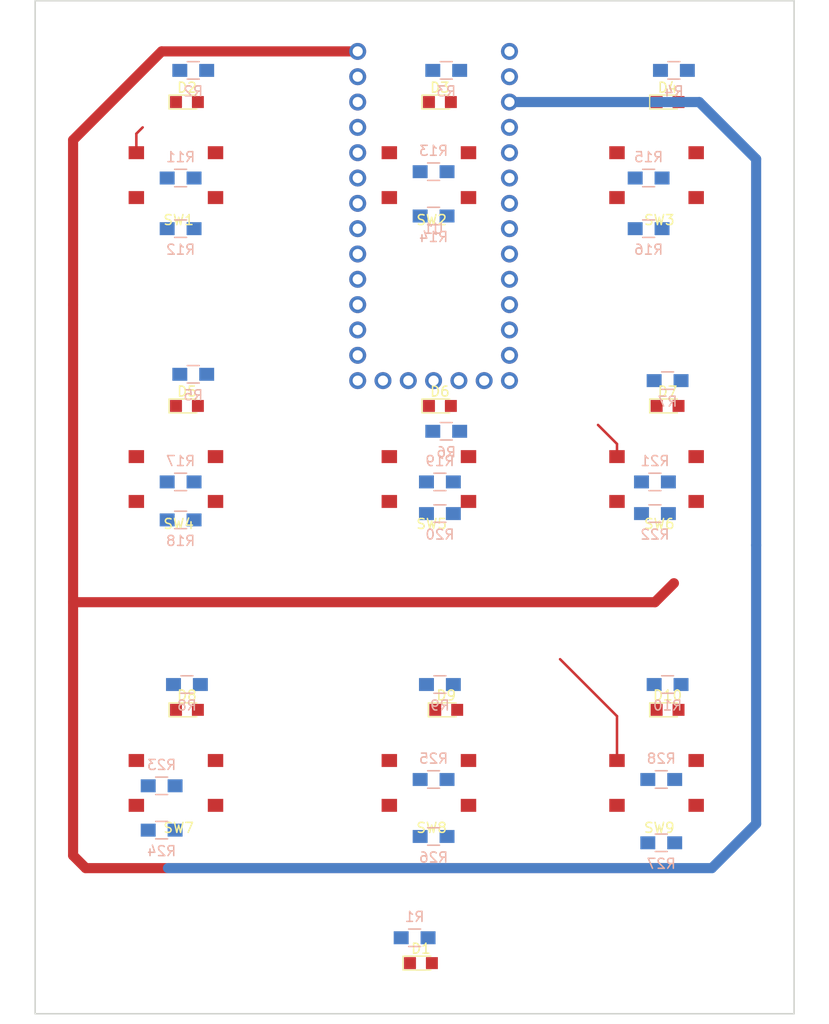
<source format=kicad_pcb>
(kicad_pcb (version 4) (host pcbnew 4.0.5)

  (general
    (links 75)
    (no_connects 75)
    (area 92.963314 39.5226 176.276686 143.4574)
    (thickness 1.6)
    (drawings 4)
    (tracks 21)
    (zones 0)
    (modules 52)
    (nets 53)
  )

  (page A4)
  (layers
    (0 F.Cu signal)
    (31 B.Cu signal)
    (32 B.Adhes user)
    (33 F.Adhes user)
    (34 B.Paste user)
    (35 F.Paste user)
    (36 B.SilkS user)
    (37 F.SilkS user)
    (38 B.Mask user)
    (39 F.Mask user)
    (40 Dwgs.User user)
    (41 Cmts.User user)
    (42 Eco1.User user)
    (43 Eco2.User user)
    (44 Edge.Cuts user)
    (45 Margin user)
    (46 B.CrtYd user)
    (47 F.CrtYd user)
    (48 B.Fab user)
    (49 F.Fab user)
  )

  (setup
    (last_trace_width 0.254)
    (user_trace_width 0.6096)
    (user_trace_width 1.016)
    (trace_clearance 0.1524)
    (zone_clearance 0.508)
    (zone_45_only no)
    (trace_min 0.1524)
    (segment_width 0.2)
    (edge_width 0.15)
    (via_size 0.6858)
    (via_drill 0.3302)
    (via_min_size 0.6858)
    (via_min_drill 0.3302)
    (uvia_size 0.3)
    (uvia_drill 0.1)
    (uvias_allowed no)
    (uvia_min_size 0.2)
    (uvia_min_drill 0.1)
    (pcb_text_width 0.3)
    (pcb_text_size 1.5 1.5)
    (mod_edge_width 0.15)
    (mod_text_size 1 1)
    (mod_text_width 0.15)
    (pad_size 1.55 1.3)
    (pad_drill 0)
    (pad_to_mask_clearance 0.2)
    (aux_axis_origin 0 0)
    (grid_origin 100.33 52.07)
    (visible_elements 7FFFFFFF)
    (pcbplotparams
      (layerselection 0x00030_80000001)
      (usegerberextensions false)
      (excludeedgelayer true)
      (linewidth 0.100000)
      (plotframeref false)
      (viasonmask false)
      (mode 1)
      (useauxorigin false)
      (hpglpennumber 1)
      (hpglpenspeed 20)
      (hpglpendiameter 15)
      (hpglpenoverlay 2)
      (psnegative false)
      (psa4output false)
      (plotreference true)
      (plotvalue true)
      (plotinvisibletext false)
      (padsonsilk false)
      (subtractmaskfromsilk false)
      (outputformat 1)
      (mirror false)
      (drillshape 1)
      (scaleselection 1)
      (outputdirectory ""))
  )

  (net 0 "")
  (net 1 +3V3)
  (net 2 "Net-(D1-Pad1)")
  (net 3 "Net-(D2-Pad1)")
  (net 4 "Net-(D3-Pad1)")
  (net 5 "Net-(D4-Pad1)")
  (net 6 "Net-(D5-Pad1)")
  (net 7 "Net-(D6-Pad1)")
  (net 8 "Net-(D7-Pad1)")
  (net 9 "Net-(D8-Pad1)")
  (net 10 "Net-(D9-Pad1)")
  (net 11 "Net-(D10-Pad1)")
  (net 12 GND)
  (net 13 /LED1)
  (net 14 /LED2)
  (net 15 /LED3)
  (net 16 /LED4)
  (net 17 /LED5)
  (net 18 /LED6)
  (net 19 /LED7)
  (net 20 /LED8)
  (net 21 "Net-(R11-Pad2)")
  (net 22 "Net-(R13-Pad2)")
  (net 23 "Net-(R15-Pad2)")
  (net 24 "Net-(R17-Pad2)")
  (net 25 "Net-(R19-Pad2)")
  (net 26 "Net-(R21-Pad2)")
  (net 27 "Net-(R23-Pad2)")
  (net 28 "Net-(R25-Pad2)")
  (net 29 "Net-(R27-Pad1)")
  (net 30 "Net-(U1-Pad18)")
  (net 31 "Net-(U1-Pad19)")
  (net 32 "Net-(U1-Pad20)")
  (net 33 "Net-(U1-Pad21)")
  (net 34 "Net-(U1-Pad22)")
  (net 35 "Net-(U1-Pad23)")
  (net 36 "Net-(U1-Pad25)")
  (net 37 "Net-(U1-Pad26)")
  (net 38 "Net-(U1-Pad28)")
  (net 39 "Net-(U1-Pad29)")
  (net 40 "Net-(U1-Pad30)")
  (net 41 "Net-(U1-Pad31)")
  (net 42 "Net-(U1-Pad32)")
  (net 43 /LED9)
  (net 44 /SW1)
  (net 45 /SW2)
  (net 46 /SW3)
  (net 47 /SW4)
  (net 48 /SW5)
  (net 49 /SW6)
  (net 50 /SW7)
  (net 51 /SW8)
  (net 52 /SW9)

  (net_class Default "This is the default net class."
    (clearance 0.1524)
    (trace_width 0.254)
    (via_dia 0.6858)
    (via_drill 0.3302)
    (uvia_dia 0.3)
    (uvia_drill 0.1)
    (add_net +3V3)
    (add_net /LED1)
    (add_net /LED2)
    (add_net /LED3)
    (add_net /LED4)
    (add_net /LED5)
    (add_net /LED6)
    (add_net /LED7)
    (add_net /LED8)
    (add_net /LED9)
    (add_net /SW1)
    (add_net /SW2)
    (add_net /SW3)
    (add_net /SW4)
    (add_net /SW5)
    (add_net /SW6)
    (add_net /SW7)
    (add_net /SW8)
    (add_net /SW9)
    (add_net GND)
    (add_net "Net-(D1-Pad1)")
    (add_net "Net-(D10-Pad1)")
    (add_net "Net-(D2-Pad1)")
    (add_net "Net-(D3-Pad1)")
    (add_net "Net-(D4-Pad1)")
    (add_net "Net-(D5-Pad1)")
    (add_net "Net-(D6-Pad1)")
    (add_net "Net-(D7-Pad1)")
    (add_net "Net-(D8-Pad1)")
    (add_net "Net-(D9-Pad1)")
    (add_net "Net-(R11-Pad2)")
    (add_net "Net-(R13-Pad2)")
    (add_net "Net-(R15-Pad2)")
    (add_net "Net-(R17-Pad2)")
    (add_net "Net-(R19-Pad2)")
    (add_net "Net-(R21-Pad2)")
    (add_net "Net-(R23-Pad2)")
    (add_net "Net-(R25-Pad2)")
    (add_net "Net-(R27-Pad1)")
    (add_net "Net-(U1-Pad18)")
    (add_net "Net-(U1-Pad19)")
    (add_net "Net-(U1-Pad20)")
    (add_net "Net-(U1-Pad21)")
    (add_net "Net-(U1-Pad22)")
    (add_net "Net-(U1-Pad23)")
    (add_net "Net-(U1-Pad25)")
    (add_net "Net-(U1-Pad26)")
    (add_net "Net-(U1-Pad28)")
    (add_net "Net-(U1-Pad29)")
    (add_net "Net-(U1-Pad30)")
    (add_net "Net-(U1-Pad31)")
    (add_net "Net-(U1-Pad32)")
  )

  (module Mounting_Holes:MountingHole_3mm locked (layer F.Cu) (tedit 586B3D72) (tstamp 586B411E)
    (at 168.91 138.43)
    (descr "Mounting Hole 3mm, no annular")
    (tags "mounting hole 3mm no annular")
    (fp_text reference REF** (at 0 -4) (layer F.SilkS) hide
      (effects (font (size 1 1) (thickness 0.15)))
    )
    (fp_text value MountingHole_3mm (at 0 4) (layer F.Fab)
      (effects (font (size 1 1) (thickness 0.15)))
    )
    (fp_circle (center 0 0) (end 3 0) (layer Cmts.User) (width 0.15))
    (fp_circle (center 0 0) (end 3.25 0) (layer F.CrtYd) (width 0.05))
    (pad 1 np_thru_hole circle (at 0 0) (size 3 3) (drill 3) (layers *.Cu *.Mask))
  )

  (module Mounting_Holes:MountingHole_3mm locked (layer F.Cu) (tedit 586B3D6F) (tstamp 586B4117)
    (at 100.33 138.43)
    (descr "Mounting Hole 3mm, no annular")
    (tags "mounting hole 3mm no annular")
    (fp_text reference REF** (at 0 -4) (layer F.SilkS) hide
      (effects (font (size 1 1) (thickness 0.15)))
    )
    (fp_text value MountingHole_3mm (at 0 4) (layer F.Fab)
      (effects (font (size 1 1) (thickness 0.15)))
    )
    (fp_circle (center 0 0) (end 3 0) (layer Cmts.User) (width 0.15))
    (fp_circle (center 0 0) (end 3.25 0) (layer F.CrtYd) (width 0.05))
    (pad 1 np_thru_hole circle (at 0 0) (size 3 3) (drill 3) (layers *.Cu *.Mask))
  )

  (module Mounting_Holes:MountingHole_3mm locked (layer F.Cu) (tedit 586B3D7A) (tstamp 586B4110)
    (at 100.33 44.45)
    (descr "Mounting Hole 3mm, no annular")
    (tags "mounting hole 3mm no annular")
    (fp_text reference REF** (at 0 -4) (layer F.SilkS) hide
      (effects (font (size 1 1) (thickness 0.15)))
    )
    (fp_text value MountingHole_3mm (at 0 4) (layer F.Fab)
      (effects (font (size 1 1) (thickness 0.15)))
    )
    (fp_circle (center 0 0) (end 3 0) (layer Cmts.User) (width 0.15))
    (fp_circle (center 0 0) (end 3.25 0) (layer F.CrtYd) (width 0.05))
    (pad 1 np_thru_hole circle (at 0 0) (size 3 3) (drill 3) (layers *.Cu *.Mask))
  )

  (module LEDs:LED_0805 (layer F.Cu) (tedit 57FE93EC) (tstamp 586B354D)
    (at 135.255 137.16)
    (descr "LED 0805 smd package")
    (tags "LED led 0805 SMD smd SMT smt smdled SMDLED smtled SMTLED")
    (path /586B06D7)
    (attr smd)
    (fp_text reference D1 (at 0 -1.45) (layer F.SilkS)
      (effects (font (size 1 1) (thickness 0.15)))
    )
    (fp_text value LED (at 0 1.55) (layer F.Fab)
      (effects (font (size 1 1) (thickness 0.15)))
    )
    (fp_line (start -1.8 -0.7) (end -1.8 0.7) (layer F.SilkS) (width 0.12))
    (fp_line (start -0.4 -0.4) (end -0.4 0.4) (layer F.Fab) (width 0.1))
    (fp_line (start -0.4 0) (end 0.2 -0.4) (layer F.Fab) (width 0.1))
    (fp_line (start 0.2 0.4) (end -0.4 0) (layer F.Fab) (width 0.1))
    (fp_line (start 0.2 -0.4) (end 0.2 0.4) (layer F.Fab) (width 0.1))
    (fp_line (start 1 0.6) (end -1 0.6) (layer F.Fab) (width 0.1))
    (fp_line (start 1 -0.6) (end 1 0.6) (layer F.Fab) (width 0.1))
    (fp_line (start -1 -0.6) (end 1 -0.6) (layer F.Fab) (width 0.1))
    (fp_line (start -1 0.6) (end -1 -0.6) (layer F.Fab) (width 0.1))
    (fp_line (start -1.8 0.7) (end 1 0.7) (layer F.SilkS) (width 0.12))
    (fp_line (start -1.8 -0.7) (end 1 -0.7) (layer F.SilkS) (width 0.12))
    (fp_line (start 1.95 -0.85) (end 1.95 0.85) (layer F.CrtYd) (width 0.05))
    (fp_line (start 1.95 0.85) (end -1.95 0.85) (layer F.CrtYd) (width 0.05))
    (fp_line (start -1.95 0.85) (end -1.95 -0.85) (layer F.CrtYd) (width 0.05))
    (fp_line (start -1.95 -0.85) (end 1.95 -0.85) (layer F.CrtYd) (width 0.05))
    (pad 2 smd rect (at 1.1 0 180) (size 1.2 1.2) (layers F.Cu F.Paste F.Mask)
      (net 1 +3V3))
    (pad 1 smd rect (at -1.1 0 180) (size 1.2 1.2) (layers F.Cu F.Paste F.Mask)
      (net 2 "Net-(D1-Pad1)"))
    (model LEDs.3dshapes/LED_0805.wrl
      (at (xyz 0 0 0))
      (scale (xyz 1 1 1))
      (rotate (xyz 0 0 180))
    )
  )

  (module LEDs:LED_0805 (layer F.Cu) (tedit 57FE93EC) (tstamp 586B3562)
    (at 111.76 50.8)
    (descr "LED 0805 smd package")
    (tags "LED led 0805 SMD smd SMT smt smdled SMDLED smtled SMTLED")
    (path /586BCDAD)
    (attr smd)
    (fp_text reference D2 (at 0 -1.45) (layer F.SilkS)
      (effects (font (size 1 1) (thickness 0.15)))
    )
    (fp_text value LED (at 0 1.55) (layer F.Fab)
      (effects (font (size 1 1) (thickness 0.15)))
    )
    (fp_line (start -1.8 -0.7) (end -1.8 0.7) (layer F.SilkS) (width 0.12))
    (fp_line (start -0.4 -0.4) (end -0.4 0.4) (layer F.Fab) (width 0.1))
    (fp_line (start -0.4 0) (end 0.2 -0.4) (layer F.Fab) (width 0.1))
    (fp_line (start 0.2 0.4) (end -0.4 0) (layer F.Fab) (width 0.1))
    (fp_line (start 0.2 -0.4) (end 0.2 0.4) (layer F.Fab) (width 0.1))
    (fp_line (start 1 0.6) (end -1 0.6) (layer F.Fab) (width 0.1))
    (fp_line (start 1 -0.6) (end 1 0.6) (layer F.Fab) (width 0.1))
    (fp_line (start -1 -0.6) (end 1 -0.6) (layer F.Fab) (width 0.1))
    (fp_line (start -1 0.6) (end -1 -0.6) (layer F.Fab) (width 0.1))
    (fp_line (start -1.8 0.7) (end 1 0.7) (layer F.SilkS) (width 0.12))
    (fp_line (start -1.8 -0.7) (end 1 -0.7) (layer F.SilkS) (width 0.12))
    (fp_line (start 1.95 -0.85) (end 1.95 0.85) (layer F.CrtYd) (width 0.05))
    (fp_line (start 1.95 0.85) (end -1.95 0.85) (layer F.CrtYd) (width 0.05))
    (fp_line (start -1.95 0.85) (end -1.95 -0.85) (layer F.CrtYd) (width 0.05))
    (fp_line (start -1.95 -0.85) (end 1.95 -0.85) (layer F.CrtYd) (width 0.05))
    (pad 2 smd rect (at 1.1 0 180) (size 1.2 1.2) (layers F.Cu F.Paste F.Mask)
      (net 1 +3V3))
    (pad 1 smd rect (at -1.1 0 180) (size 1.2 1.2) (layers F.Cu F.Paste F.Mask)
      (net 3 "Net-(D2-Pad1)"))
    (model LEDs.3dshapes/LED_0805.wrl
      (at (xyz 0 0 0))
      (scale (xyz 1 1 1))
      (rotate (xyz 0 0 180))
    )
  )

  (module LEDs:LED_0805 (layer F.Cu) (tedit 57FE93EC) (tstamp 586B3577)
    (at 137.16 50.8)
    (descr "LED 0805 smd package")
    (tags "LED led 0805 SMD smd SMT smt smdled SMDLED smtled SMTLED")
    (path /586BCD0C)
    (attr smd)
    (fp_text reference D3 (at 0 -1.45) (layer F.SilkS)
      (effects (font (size 1 1) (thickness 0.15)))
    )
    (fp_text value LED (at 0 1.55) (layer F.Fab)
      (effects (font (size 1 1) (thickness 0.15)))
    )
    (fp_line (start -1.8 -0.7) (end -1.8 0.7) (layer F.SilkS) (width 0.12))
    (fp_line (start -0.4 -0.4) (end -0.4 0.4) (layer F.Fab) (width 0.1))
    (fp_line (start -0.4 0) (end 0.2 -0.4) (layer F.Fab) (width 0.1))
    (fp_line (start 0.2 0.4) (end -0.4 0) (layer F.Fab) (width 0.1))
    (fp_line (start 0.2 -0.4) (end 0.2 0.4) (layer F.Fab) (width 0.1))
    (fp_line (start 1 0.6) (end -1 0.6) (layer F.Fab) (width 0.1))
    (fp_line (start 1 -0.6) (end 1 0.6) (layer F.Fab) (width 0.1))
    (fp_line (start -1 -0.6) (end 1 -0.6) (layer F.Fab) (width 0.1))
    (fp_line (start -1 0.6) (end -1 -0.6) (layer F.Fab) (width 0.1))
    (fp_line (start -1.8 0.7) (end 1 0.7) (layer F.SilkS) (width 0.12))
    (fp_line (start -1.8 -0.7) (end 1 -0.7) (layer F.SilkS) (width 0.12))
    (fp_line (start 1.95 -0.85) (end 1.95 0.85) (layer F.CrtYd) (width 0.05))
    (fp_line (start 1.95 0.85) (end -1.95 0.85) (layer F.CrtYd) (width 0.05))
    (fp_line (start -1.95 0.85) (end -1.95 -0.85) (layer F.CrtYd) (width 0.05))
    (fp_line (start -1.95 -0.85) (end 1.95 -0.85) (layer F.CrtYd) (width 0.05))
    (pad 2 smd rect (at 1.1 0 180) (size 1.2 1.2) (layers F.Cu F.Paste F.Mask)
      (net 1 +3V3))
    (pad 1 smd rect (at -1.1 0 180) (size 1.2 1.2) (layers F.Cu F.Paste F.Mask)
      (net 4 "Net-(D3-Pad1)"))
    (model LEDs.3dshapes/LED_0805.wrl
      (at (xyz 0 0 0))
      (scale (xyz 1 1 1))
      (rotate (xyz 0 0 180))
    )
  )

  (module LEDs:LED_0805 (layer F.Cu) (tedit 57FE93EC) (tstamp 586B358C)
    (at 160.02 50.8)
    (descr "LED 0805 smd package")
    (tags "LED led 0805 SMD smd SMT smt smdled SMDLED smtled SMTLED")
    (path /586BCC76)
    (attr smd)
    (fp_text reference D4 (at 0 -1.45) (layer F.SilkS)
      (effects (font (size 1 1) (thickness 0.15)))
    )
    (fp_text value LED (at 0 1.55) (layer F.Fab)
      (effects (font (size 1 1) (thickness 0.15)))
    )
    (fp_line (start -1.8 -0.7) (end -1.8 0.7) (layer F.SilkS) (width 0.12))
    (fp_line (start -0.4 -0.4) (end -0.4 0.4) (layer F.Fab) (width 0.1))
    (fp_line (start -0.4 0) (end 0.2 -0.4) (layer F.Fab) (width 0.1))
    (fp_line (start 0.2 0.4) (end -0.4 0) (layer F.Fab) (width 0.1))
    (fp_line (start 0.2 -0.4) (end 0.2 0.4) (layer F.Fab) (width 0.1))
    (fp_line (start 1 0.6) (end -1 0.6) (layer F.Fab) (width 0.1))
    (fp_line (start 1 -0.6) (end 1 0.6) (layer F.Fab) (width 0.1))
    (fp_line (start -1 -0.6) (end 1 -0.6) (layer F.Fab) (width 0.1))
    (fp_line (start -1 0.6) (end -1 -0.6) (layer F.Fab) (width 0.1))
    (fp_line (start -1.8 0.7) (end 1 0.7) (layer F.SilkS) (width 0.12))
    (fp_line (start -1.8 -0.7) (end 1 -0.7) (layer F.SilkS) (width 0.12))
    (fp_line (start 1.95 -0.85) (end 1.95 0.85) (layer F.CrtYd) (width 0.05))
    (fp_line (start 1.95 0.85) (end -1.95 0.85) (layer F.CrtYd) (width 0.05))
    (fp_line (start -1.95 0.85) (end -1.95 -0.85) (layer F.CrtYd) (width 0.05))
    (fp_line (start -1.95 -0.85) (end 1.95 -0.85) (layer F.CrtYd) (width 0.05))
    (pad 2 smd rect (at 1.1 0 180) (size 1.2 1.2) (layers F.Cu F.Paste F.Mask)
      (net 1 +3V3))
    (pad 1 smd rect (at -1.1 0 180) (size 1.2 1.2) (layers F.Cu F.Paste F.Mask)
      (net 5 "Net-(D4-Pad1)"))
    (model LEDs.3dshapes/LED_0805.wrl
      (at (xyz 0 0 0))
      (scale (xyz 1 1 1))
      (rotate (xyz 0 0 180))
    )
  )

  (module LEDs:LED_0805 (layer F.Cu) (tedit 57FE93EC) (tstamp 586B35A1)
    (at 111.76 81.28)
    (descr "LED 0805 smd package")
    (tags "LED led 0805 SMD smd SMT smt smdled SMDLED smtled SMTLED")
    (path /586BCBDF)
    (attr smd)
    (fp_text reference D5 (at 0 -1.45) (layer F.SilkS)
      (effects (font (size 1 1) (thickness 0.15)))
    )
    (fp_text value LED (at 0 1.55) (layer F.Fab)
      (effects (font (size 1 1) (thickness 0.15)))
    )
    (fp_line (start -1.8 -0.7) (end -1.8 0.7) (layer F.SilkS) (width 0.12))
    (fp_line (start -0.4 -0.4) (end -0.4 0.4) (layer F.Fab) (width 0.1))
    (fp_line (start -0.4 0) (end 0.2 -0.4) (layer F.Fab) (width 0.1))
    (fp_line (start 0.2 0.4) (end -0.4 0) (layer F.Fab) (width 0.1))
    (fp_line (start 0.2 -0.4) (end 0.2 0.4) (layer F.Fab) (width 0.1))
    (fp_line (start 1 0.6) (end -1 0.6) (layer F.Fab) (width 0.1))
    (fp_line (start 1 -0.6) (end 1 0.6) (layer F.Fab) (width 0.1))
    (fp_line (start -1 -0.6) (end 1 -0.6) (layer F.Fab) (width 0.1))
    (fp_line (start -1 0.6) (end -1 -0.6) (layer F.Fab) (width 0.1))
    (fp_line (start -1.8 0.7) (end 1 0.7) (layer F.SilkS) (width 0.12))
    (fp_line (start -1.8 -0.7) (end 1 -0.7) (layer F.SilkS) (width 0.12))
    (fp_line (start 1.95 -0.85) (end 1.95 0.85) (layer F.CrtYd) (width 0.05))
    (fp_line (start 1.95 0.85) (end -1.95 0.85) (layer F.CrtYd) (width 0.05))
    (fp_line (start -1.95 0.85) (end -1.95 -0.85) (layer F.CrtYd) (width 0.05))
    (fp_line (start -1.95 -0.85) (end 1.95 -0.85) (layer F.CrtYd) (width 0.05))
    (pad 2 smd rect (at 1.1 0 180) (size 1.2 1.2) (layers F.Cu F.Paste F.Mask)
      (net 1 +3V3))
    (pad 1 smd rect (at -1.1 0 180) (size 1.2 1.2) (layers F.Cu F.Paste F.Mask)
      (net 6 "Net-(D5-Pad1)"))
    (model LEDs.3dshapes/LED_0805.wrl
      (at (xyz 0 0 0))
      (scale (xyz 1 1 1))
      (rotate (xyz 0 0 180))
    )
  )

  (module LEDs:LED_0805 (layer F.Cu) (tedit 57FE93EC) (tstamp 586B35B6)
    (at 137.16 81.28)
    (descr "LED 0805 smd package")
    (tags "LED led 0805 SMD smd SMT smt smdled SMDLED smtled SMTLED")
    (path /586BCB5B)
    (attr smd)
    (fp_text reference D6 (at 0 -1.45) (layer F.SilkS)
      (effects (font (size 1 1) (thickness 0.15)))
    )
    (fp_text value LED (at 0 1.55) (layer F.Fab)
      (effects (font (size 1 1) (thickness 0.15)))
    )
    (fp_line (start -1.8 -0.7) (end -1.8 0.7) (layer F.SilkS) (width 0.12))
    (fp_line (start -0.4 -0.4) (end -0.4 0.4) (layer F.Fab) (width 0.1))
    (fp_line (start -0.4 0) (end 0.2 -0.4) (layer F.Fab) (width 0.1))
    (fp_line (start 0.2 0.4) (end -0.4 0) (layer F.Fab) (width 0.1))
    (fp_line (start 0.2 -0.4) (end 0.2 0.4) (layer F.Fab) (width 0.1))
    (fp_line (start 1 0.6) (end -1 0.6) (layer F.Fab) (width 0.1))
    (fp_line (start 1 -0.6) (end 1 0.6) (layer F.Fab) (width 0.1))
    (fp_line (start -1 -0.6) (end 1 -0.6) (layer F.Fab) (width 0.1))
    (fp_line (start -1 0.6) (end -1 -0.6) (layer F.Fab) (width 0.1))
    (fp_line (start -1.8 0.7) (end 1 0.7) (layer F.SilkS) (width 0.12))
    (fp_line (start -1.8 -0.7) (end 1 -0.7) (layer F.SilkS) (width 0.12))
    (fp_line (start 1.95 -0.85) (end 1.95 0.85) (layer F.CrtYd) (width 0.05))
    (fp_line (start 1.95 0.85) (end -1.95 0.85) (layer F.CrtYd) (width 0.05))
    (fp_line (start -1.95 0.85) (end -1.95 -0.85) (layer F.CrtYd) (width 0.05))
    (fp_line (start -1.95 -0.85) (end 1.95 -0.85) (layer F.CrtYd) (width 0.05))
    (pad 2 smd rect (at 1.1 0 180) (size 1.2 1.2) (layers F.Cu F.Paste F.Mask)
      (net 1 +3V3))
    (pad 1 smd rect (at -1.1 0 180) (size 1.2 1.2) (layers F.Cu F.Paste F.Mask)
      (net 7 "Net-(D6-Pad1)"))
    (model LEDs.3dshapes/LED_0805.wrl
      (at (xyz 0 0 0))
      (scale (xyz 1 1 1))
      (rotate (xyz 0 0 180))
    )
  )

  (module LEDs:LED_0805 (layer F.Cu) (tedit 57FE93EC) (tstamp 586B35CB)
    (at 160.02 81.28)
    (descr "LED 0805 smd package")
    (tags "LED led 0805 SMD smd SMT smt smdled SMDLED smtled SMTLED")
    (path /586BCAC8)
    (attr smd)
    (fp_text reference D7 (at 0 -1.45) (layer F.SilkS)
      (effects (font (size 1 1) (thickness 0.15)))
    )
    (fp_text value LED (at 0 1.55) (layer F.Fab)
      (effects (font (size 1 1) (thickness 0.15)))
    )
    (fp_line (start -1.8 -0.7) (end -1.8 0.7) (layer F.SilkS) (width 0.12))
    (fp_line (start -0.4 -0.4) (end -0.4 0.4) (layer F.Fab) (width 0.1))
    (fp_line (start -0.4 0) (end 0.2 -0.4) (layer F.Fab) (width 0.1))
    (fp_line (start 0.2 0.4) (end -0.4 0) (layer F.Fab) (width 0.1))
    (fp_line (start 0.2 -0.4) (end 0.2 0.4) (layer F.Fab) (width 0.1))
    (fp_line (start 1 0.6) (end -1 0.6) (layer F.Fab) (width 0.1))
    (fp_line (start 1 -0.6) (end 1 0.6) (layer F.Fab) (width 0.1))
    (fp_line (start -1 -0.6) (end 1 -0.6) (layer F.Fab) (width 0.1))
    (fp_line (start -1 0.6) (end -1 -0.6) (layer F.Fab) (width 0.1))
    (fp_line (start -1.8 0.7) (end 1 0.7) (layer F.SilkS) (width 0.12))
    (fp_line (start -1.8 -0.7) (end 1 -0.7) (layer F.SilkS) (width 0.12))
    (fp_line (start 1.95 -0.85) (end 1.95 0.85) (layer F.CrtYd) (width 0.05))
    (fp_line (start 1.95 0.85) (end -1.95 0.85) (layer F.CrtYd) (width 0.05))
    (fp_line (start -1.95 0.85) (end -1.95 -0.85) (layer F.CrtYd) (width 0.05))
    (fp_line (start -1.95 -0.85) (end 1.95 -0.85) (layer F.CrtYd) (width 0.05))
    (pad 2 smd rect (at 1.1 0 180) (size 1.2 1.2) (layers F.Cu F.Paste F.Mask)
      (net 1 +3V3))
    (pad 1 smd rect (at -1.1 0 180) (size 1.2 1.2) (layers F.Cu F.Paste F.Mask)
      (net 8 "Net-(D7-Pad1)"))
    (model LEDs.3dshapes/LED_0805.wrl
      (at (xyz 0 0 0))
      (scale (xyz 1 1 1))
      (rotate (xyz 0 0 180))
    )
  )

  (module LEDs:LED_0805 (layer F.Cu) (tedit 57FE93EC) (tstamp 586B35E0)
    (at 111.76 111.76)
    (descr "LED 0805 smd package")
    (tags "LED led 0805 SMD smd SMT smt smdled SMDLED smtled SMTLED")
    (path /586BCA3A)
    (attr smd)
    (fp_text reference D8 (at 0 -1.45) (layer F.SilkS)
      (effects (font (size 1 1) (thickness 0.15)))
    )
    (fp_text value LED (at 0 1.55) (layer F.Fab)
      (effects (font (size 1 1) (thickness 0.15)))
    )
    (fp_line (start -1.8 -0.7) (end -1.8 0.7) (layer F.SilkS) (width 0.12))
    (fp_line (start -0.4 -0.4) (end -0.4 0.4) (layer F.Fab) (width 0.1))
    (fp_line (start -0.4 0) (end 0.2 -0.4) (layer F.Fab) (width 0.1))
    (fp_line (start 0.2 0.4) (end -0.4 0) (layer F.Fab) (width 0.1))
    (fp_line (start 0.2 -0.4) (end 0.2 0.4) (layer F.Fab) (width 0.1))
    (fp_line (start 1 0.6) (end -1 0.6) (layer F.Fab) (width 0.1))
    (fp_line (start 1 -0.6) (end 1 0.6) (layer F.Fab) (width 0.1))
    (fp_line (start -1 -0.6) (end 1 -0.6) (layer F.Fab) (width 0.1))
    (fp_line (start -1 0.6) (end -1 -0.6) (layer F.Fab) (width 0.1))
    (fp_line (start -1.8 0.7) (end 1 0.7) (layer F.SilkS) (width 0.12))
    (fp_line (start -1.8 -0.7) (end 1 -0.7) (layer F.SilkS) (width 0.12))
    (fp_line (start 1.95 -0.85) (end 1.95 0.85) (layer F.CrtYd) (width 0.05))
    (fp_line (start 1.95 0.85) (end -1.95 0.85) (layer F.CrtYd) (width 0.05))
    (fp_line (start -1.95 0.85) (end -1.95 -0.85) (layer F.CrtYd) (width 0.05))
    (fp_line (start -1.95 -0.85) (end 1.95 -0.85) (layer F.CrtYd) (width 0.05))
    (pad 2 smd rect (at 1.1 0 180) (size 1.2 1.2) (layers F.Cu F.Paste F.Mask)
      (net 1 +3V3))
    (pad 1 smd rect (at -1.1 0 180) (size 1.2 1.2) (layers F.Cu F.Paste F.Mask)
      (net 9 "Net-(D8-Pad1)"))
    (model LEDs.3dshapes/LED_0805.wrl
      (at (xyz 0 0 0))
      (scale (xyz 1 1 1))
      (rotate (xyz 0 0 180))
    )
  )

  (module LEDs:LED_0805 (layer F.Cu) (tedit 57FE93EC) (tstamp 586B35F5)
    (at 137.795 111.76)
    (descr "LED 0805 smd package")
    (tags "LED led 0805 SMD smd SMT smt smdled SMDLED smtled SMTLED")
    (path /586BC9AD)
    (attr smd)
    (fp_text reference D9 (at 0 -1.45) (layer F.SilkS)
      (effects (font (size 1 1) (thickness 0.15)))
    )
    (fp_text value LED (at 0 1.55) (layer F.Fab)
      (effects (font (size 1 1) (thickness 0.15)))
    )
    (fp_line (start -1.8 -0.7) (end -1.8 0.7) (layer F.SilkS) (width 0.12))
    (fp_line (start -0.4 -0.4) (end -0.4 0.4) (layer F.Fab) (width 0.1))
    (fp_line (start -0.4 0) (end 0.2 -0.4) (layer F.Fab) (width 0.1))
    (fp_line (start 0.2 0.4) (end -0.4 0) (layer F.Fab) (width 0.1))
    (fp_line (start 0.2 -0.4) (end 0.2 0.4) (layer F.Fab) (width 0.1))
    (fp_line (start 1 0.6) (end -1 0.6) (layer F.Fab) (width 0.1))
    (fp_line (start 1 -0.6) (end 1 0.6) (layer F.Fab) (width 0.1))
    (fp_line (start -1 -0.6) (end 1 -0.6) (layer F.Fab) (width 0.1))
    (fp_line (start -1 0.6) (end -1 -0.6) (layer F.Fab) (width 0.1))
    (fp_line (start -1.8 0.7) (end 1 0.7) (layer F.SilkS) (width 0.12))
    (fp_line (start -1.8 -0.7) (end 1 -0.7) (layer F.SilkS) (width 0.12))
    (fp_line (start 1.95 -0.85) (end 1.95 0.85) (layer F.CrtYd) (width 0.05))
    (fp_line (start 1.95 0.85) (end -1.95 0.85) (layer F.CrtYd) (width 0.05))
    (fp_line (start -1.95 0.85) (end -1.95 -0.85) (layer F.CrtYd) (width 0.05))
    (fp_line (start -1.95 -0.85) (end 1.95 -0.85) (layer F.CrtYd) (width 0.05))
    (pad 2 smd rect (at 1.1 0 180) (size 1.2 1.2) (layers F.Cu F.Paste F.Mask)
      (net 1 +3V3))
    (pad 1 smd rect (at -1.1 0 180) (size 1.2 1.2) (layers F.Cu F.Paste F.Mask)
      (net 10 "Net-(D9-Pad1)"))
    (model LEDs.3dshapes/LED_0805.wrl
      (at (xyz 0 0 0))
      (scale (xyz 1 1 1))
      (rotate (xyz 0 0 180))
    )
  )

  (module LEDs:LED_0805 (layer F.Cu) (tedit 57FE93EC) (tstamp 586B360A)
    (at 160.02 111.76)
    (descr "LED 0805 smd package")
    (tags "LED led 0805 SMD smd SMT smt smdled SMDLED smtled SMTLED")
    (path /586BC4D4)
    (attr smd)
    (fp_text reference D10 (at 0 -1.45) (layer F.SilkS)
      (effects (font (size 1 1) (thickness 0.15)))
    )
    (fp_text value LED (at 0 1.55) (layer F.Fab)
      (effects (font (size 1 1) (thickness 0.15)))
    )
    (fp_line (start -1.8 -0.7) (end -1.8 0.7) (layer F.SilkS) (width 0.12))
    (fp_line (start -0.4 -0.4) (end -0.4 0.4) (layer F.Fab) (width 0.1))
    (fp_line (start -0.4 0) (end 0.2 -0.4) (layer F.Fab) (width 0.1))
    (fp_line (start 0.2 0.4) (end -0.4 0) (layer F.Fab) (width 0.1))
    (fp_line (start 0.2 -0.4) (end 0.2 0.4) (layer F.Fab) (width 0.1))
    (fp_line (start 1 0.6) (end -1 0.6) (layer F.Fab) (width 0.1))
    (fp_line (start 1 -0.6) (end 1 0.6) (layer F.Fab) (width 0.1))
    (fp_line (start -1 -0.6) (end 1 -0.6) (layer F.Fab) (width 0.1))
    (fp_line (start -1 0.6) (end -1 -0.6) (layer F.Fab) (width 0.1))
    (fp_line (start -1.8 0.7) (end 1 0.7) (layer F.SilkS) (width 0.12))
    (fp_line (start -1.8 -0.7) (end 1 -0.7) (layer F.SilkS) (width 0.12))
    (fp_line (start 1.95 -0.85) (end 1.95 0.85) (layer F.CrtYd) (width 0.05))
    (fp_line (start 1.95 0.85) (end -1.95 0.85) (layer F.CrtYd) (width 0.05))
    (fp_line (start -1.95 0.85) (end -1.95 -0.85) (layer F.CrtYd) (width 0.05))
    (fp_line (start -1.95 -0.85) (end 1.95 -0.85) (layer F.CrtYd) (width 0.05))
    (pad 2 smd rect (at 1.1 0 180) (size 1.2 1.2) (layers F.Cu F.Paste F.Mask)
      (net 1 +3V3))
    (pad 1 smd rect (at -1.1 0 180) (size 1.2 1.2) (layers F.Cu F.Paste F.Mask)
      (net 11 "Net-(D10-Pad1)"))
    (model LEDs.3dshapes/LED_0805.wrl
      (at (xyz 0 0 0))
      (scale (xyz 1 1 1))
      (rotate (xyz 0 0 180))
    )
  )

  (module Resistors_SMD:R_0805_HandSoldering (layer B.Cu) (tedit 58307B90) (tstamp 586B361A)
    (at 134.62 134.62 180)
    (descr "Resistor SMD 0805, hand soldering")
    (tags "resistor 0805")
    (path /586B068F)
    (attr smd)
    (fp_text reference R1 (at 0 2.1 180) (layer B.SilkS)
      (effects (font (size 1 1) (thickness 0.15)) (justify mirror))
    )
    (fp_text value 500 (at 0 -2.1 180) (layer B.Fab)
      (effects (font (size 1 1) (thickness 0.15)) (justify mirror))
    )
    (fp_line (start -1 -0.625) (end -1 0.625) (layer B.Fab) (width 0.1))
    (fp_line (start 1 -0.625) (end -1 -0.625) (layer B.Fab) (width 0.1))
    (fp_line (start 1 0.625) (end 1 -0.625) (layer B.Fab) (width 0.1))
    (fp_line (start -1 0.625) (end 1 0.625) (layer B.Fab) (width 0.1))
    (fp_line (start -2.4 1) (end 2.4 1) (layer B.CrtYd) (width 0.05))
    (fp_line (start -2.4 -1) (end 2.4 -1) (layer B.CrtYd) (width 0.05))
    (fp_line (start -2.4 1) (end -2.4 -1) (layer B.CrtYd) (width 0.05))
    (fp_line (start 2.4 1) (end 2.4 -1) (layer B.CrtYd) (width 0.05))
    (fp_line (start 0.6 -0.875) (end -0.6 -0.875) (layer B.SilkS) (width 0.15))
    (fp_line (start -0.6 0.875) (end 0.6 0.875) (layer B.SilkS) (width 0.15))
    (pad 1 smd rect (at -1.35 0 180) (size 1.5 1.3) (layers B.Cu B.Paste B.Mask)
      (net 2 "Net-(D1-Pad1)"))
    (pad 2 smd rect (at 1.35 0 180) (size 1.5 1.3) (layers B.Cu B.Paste B.Mask)
      (net 12 GND))
    (model Resistors_SMD.3dshapes/R_0805_HandSoldering.wrl
      (at (xyz 0 0 0))
      (scale (xyz 1 1 1))
      (rotate (xyz 0 0 0))
    )
  )

  (module Resistors_SMD:R_0805_HandSoldering (layer B.Cu) (tedit 58307B90) (tstamp 586B362A)
    (at 112.395 47.625)
    (descr "Resistor SMD 0805, hand soldering")
    (tags "resistor 0805")
    (path /586BE123)
    (attr smd)
    (fp_text reference R2 (at 0 2.1) (layer B.SilkS)
      (effects (font (size 1 1) (thickness 0.15)) (justify mirror))
    )
    (fp_text value 500 (at 0 -2.1) (layer B.Fab)
      (effects (font (size 1 1) (thickness 0.15)) (justify mirror))
    )
    (fp_line (start -1 -0.625) (end -1 0.625) (layer B.Fab) (width 0.1))
    (fp_line (start 1 -0.625) (end -1 -0.625) (layer B.Fab) (width 0.1))
    (fp_line (start 1 0.625) (end 1 -0.625) (layer B.Fab) (width 0.1))
    (fp_line (start -1 0.625) (end 1 0.625) (layer B.Fab) (width 0.1))
    (fp_line (start -2.4 1) (end 2.4 1) (layer B.CrtYd) (width 0.05))
    (fp_line (start -2.4 -1) (end 2.4 -1) (layer B.CrtYd) (width 0.05))
    (fp_line (start -2.4 1) (end -2.4 -1) (layer B.CrtYd) (width 0.05))
    (fp_line (start 2.4 1) (end 2.4 -1) (layer B.CrtYd) (width 0.05))
    (fp_line (start 0.6 -0.875) (end -0.6 -0.875) (layer B.SilkS) (width 0.15))
    (fp_line (start -0.6 0.875) (end 0.6 0.875) (layer B.SilkS) (width 0.15))
    (pad 1 smd rect (at -1.35 0) (size 1.5 1.3) (layers B.Cu B.Paste B.Mask)
      (net 3 "Net-(D2-Pad1)"))
    (pad 2 smd rect (at 1.35 0) (size 1.5 1.3) (layers B.Cu B.Paste B.Mask)
      (net 13 /LED1))
    (model Resistors_SMD.3dshapes/R_0805_HandSoldering.wrl
      (at (xyz 0 0 0))
      (scale (xyz 1 1 1))
      (rotate (xyz 0 0 0))
    )
  )

  (module Resistors_SMD:R_0805_HandSoldering (layer B.Cu) (tedit 58307B90) (tstamp 586B363A)
    (at 137.795 47.625)
    (descr "Resistor SMD 0805, hand soldering")
    (tags "resistor 0805")
    (path /586BE048)
    (attr smd)
    (fp_text reference R3 (at 0 2.1) (layer B.SilkS)
      (effects (font (size 1 1) (thickness 0.15)) (justify mirror))
    )
    (fp_text value 500 (at 0 -2.1) (layer B.Fab)
      (effects (font (size 1 1) (thickness 0.15)) (justify mirror))
    )
    (fp_line (start -1 -0.625) (end -1 0.625) (layer B.Fab) (width 0.1))
    (fp_line (start 1 -0.625) (end -1 -0.625) (layer B.Fab) (width 0.1))
    (fp_line (start 1 0.625) (end 1 -0.625) (layer B.Fab) (width 0.1))
    (fp_line (start -1 0.625) (end 1 0.625) (layer B.Fab) (width 0.1))
    (fp_line (start -2.4 1) (end 2.4 1) (layer B.CrtYd) (width 0.05))
    (fp_line (start -2.4 -1) (end 2.4 -1) (layer B.CrtYd) (width 0.05))
    (fp_line (start -2.4 1) (end -2.4 -1) (layer B.CrtYd) (width 0.05))
    (fp_line (start 2.4 1) (end 2.4 -1) (layer B.CrtYd) (width 0.05))
    (fp_line (start 0.6 -0.875) (end -0.6 -0.875) (layer B.SilkS) (width 0.15))
    (fp_line (start -0.6 0.875) (end 0.6 0.875) (layer B.SilkS) (width 0.15))
    (pad 1 smd rect (at -1.35 0) (size 1.5 1.3) (layers B.Cu B.Paste B.Mask)
      (net 4 "Net-(D3-Pad1)"))
    (pad 2 smd rect (at 1.35 0) (size 1.5 1.3) (layers B.Cu B.Paste B.Mask)
      (net 14 /LED2))
    (model Resistors_SMD.3dshapes/R_0805_HandSoldering.wrl
      (at (xyz 0 0 0))
      (scale (xyz 1 1 1))
      (rotate (xyz 0 0 0))
    )
  )

  (module Resistors_SMD:R_0805_HandSoldering (layer B.Cu) (tedit 58307B90) (tstamp 586B364A)
    (at 160.655 47.625)
    (descr "Resistor SMD 0805, hand soldering")
    (tags "resistor 0805")
    (path /586BDF9C)
    (attr smd)
    (fp_text reference R4 (at 0 2.1) (layer B.SilkS)
      (effects (font (size 1 1) (thickness 0.15)) (justify mirror))
    )
    (fp_text value 500 (at 0 -2.1) (layer B.Fab)
      (effects (font (size 1 1) (thickness 0.15)) (justify mirror))
    )
    (fp_line (start -1 -0.625) (end -1 0.625) (layer B.Fab) (width 0.1))
    (fp_line (start 1 -0.625) (end -1 -0.625) (layer B.Fab) (width 0.1))
    (fp_line (start 1 0.625) (end 1 -0.625) (layer B.Fab) (width 0.1))
    (fp_line (start -1 0.625) (end 1 0.625) (layer B.Fab) (width 0.1))
    (fp_line (start -2.4 1) (end 2.4 1) (layer B.CrtYd) (width 0.05))
    (fp_line (start -2.4 -1) (end 2.4 -1) (layer B.CrtYd) (width 0.05))
    (fp_line (start -2.4 1) (end -2.4 -1) (layer B.CrtYd) (width 0.05))
    (fp_line (start 2.4 1) (end 2.4 -1) (layer B.CrtYd) (width 0.05))
    (fp_line (start 0.6 -0.875) (end -0.6 -0.875) (layer B.SilkS) (width 0.15))
    (fp_line (start -0.6 0.875) (end 0.6 0.875) (layer B.SilkS) (width 0.15))
    (pad 1 smd rect (at -1.35 0) (size 1.5 1.3) (layers B.Cu B.Paste B.Mask)
      (net 5 "Net-(D4-Pad1)"))
    (pad 2 smd rect (at 1.35 0) (size 1.5 1.3) (layers B.Cu B.Paste B.Mask)
      (net 15 /LED3))
    (model Resistors_SMD.3dshapes/R_0805_HandSoldering.wrl
      (at (xyz 0 0 0))
      (scale (xyz 1 1 1))
      (rotate (xyz 0 0 0))
    )
  )

  (module Resistors_SMD:R_0805_HandSoldering (layer B.Cu) (tedit 58307B90) (tstamp 586B365A)
    (at 112.395 78.105)
    (descr "Resistor SMD 0805, hand soldering")
    (tags "resistor 0805")
    (path /586BDECB)
    (attr smd)
    (fp_text reference R5 (at 0 2.1) (layer B.SilkS)
      (effects (font (size 1 1) (thickness 0.15)) (justify mirror))
    )
    (fp_text value 500 (at 0 -2.1) (layer B.Fab)
      (effects (font (size 1 1) (thickness 0.15)) (justify mirror))
    )
    (fp_line (start -1 -0.625) (end -1 0.625) (layer B.Fab) (width 0.1))
    (fp_line (start 1 -0.625) (end -1 -0.625) (layer B.Fab) (width 0.1))
    (fp_line (start 1 0.625) (end 1 -0.625) (layer B.Fab) (width 0.1))
    (fp_line (start -1 0.625) (end 1 0.625) (layer B.Fab) (width 0.1))
    (fp_line (start -2.4 1) (end 2.4 1) (layer B.CrtYd) (width 0.05))
    (fp_line (start -2.4 -1) (end 2.4 -1) (layer B.CrtYd) (width 0.05))
    (fp_line (start -2.4 1) (end -2.4 -1) (layer B.CrtYd) (width 0.05))
    (fp_line (start 2.4 1) (end 2.4 -1) (layer B.CrtYd) (width 0.05))
    (fp_line (start 0.6 -0.875) (end -0.6 -0.875) (layer B.SilkS) (width 0.15))
    (fp_line (start -0.6 0.875) (end 0.6 0.875) (layer B.SilkS) (width 0.15))
    (pad 1 smd rect (at -1.35 0) (size 1.5 1.3) (layers B.Cu B.Paste B.Mask)
      (net 6 "Net-(D5-Pad1)"))
    (pad 2 smd rect (at 1.35 0) (size 1.5 1.3) (layers B.Cu B.Paste B.Mask)
      (net 16 /LED4))
    (model Resistors_SMD.3dshapes/R_0805_HandSoldering.wrl
      (at (xyz 0 0 0))
      (scale (xyz 1 1 1))
      (rotate (xyz 0 0 0))
    )
  )

  (module Resistors_SMD:R_0805_HandSoldering (layer B.Cu) (tedit 58307B90) (tstamp 586B366A)
    (at 137.795 83.82)
    (descr "Resistor SMD 0805, hand soldering")
    (tags "resistor 0805")
    (path /586BDE07)
    (attr smd)
    (fp_text reference R6 (at 0 2.1) (layer B.SilkS)
      (effects (font (size 1 1) (thickness 0.15)) (justify mirror))
    )
    (fp_text value 500 (at 0 -2.1) (layer B.Fab)
      (effects (font (size 1 1) (thickness 0.15)) (justify mirror))
    )
    (fp_line (start -1 -0.625) (end -1 0.625) (layer B.Fab) (width 0.1))
    (fp_line (start 1 -0.625) (end -1 -0.625) (layer B.Fab) (width 0.1))
    (fp_line (start 1 0.625) (end 1 -0.625) (layer B.Fab) (width 0.1))
    (fp_line (start -1 0.625) (end 1 0.625) (layer B.Fab) (width 0.1))
    (fp_line (start -2.4 1) (end 2.4 1) (layer B.CrtYd) (width 0.05))
    (fp_line (start -2.4 -1) (end 2.4 -1) (layer B.CrtYd) (width 0.05))
    (fp_line (start -2.4 1) (end -2.4 -1) (layer B.CrtYd) (width 0.05))
    (fp_line (start 2.4 1) (end 2.4 -1) (layer B.CrtYd) (width 0.05))
    (fp_line (start 0.6 -0.875) (end -0.6 -0.875) (layer B.SilkS) (width 0.15))
    (fp_line (start -0.6 0.875) (end 0.6 0.875) (layer B.SilkS) (width 0.15))
    (pad 1 smd rect (at -1.35 0) (size 1.5 1.3) (layers B.Cu B.Paste B.Mask)
      (net 7 "Net-(D6-Pad1)"))
    (pad 2 smd rect (at 1.35 0) (size 1.5 1.3) (layers B.Cu B.Paste B.Mask)
      (net 17 /LED5))
    (model Resistors_SMD.3dshapes/R_0805_HandSoldering.wrl
      (at (xyz 0 0 0))
      (scale (xyz 1 1 1))
      (rotate (xyz 0 0 0))
    )
  )

  (module Resistors_SMD:R_0805_HandSoldering (layer B.Cu) (tedit 58307B90) (tstamp 586B367A)
    (at 160.02 78.74)
    (descr "Resistor SMD 0805, hand soldering")
    (tags "resistor 0805")
    (path /586BDD4C)
    (attr smd)
    (fp_text reference R7 (at 0 2.1) (layer B.SilkS)
      (effects (font (size 1 1) (thickness 0.15)) (justify mirror))
    )
    (fp_text value 500 (at 0 -2.1) (layer B.Fab)
      (effects (font (size 1 1) (thickness 0.15)) (justify mirror))
    )
    (fp_line (start -1 -0.625) (end -1 0.625) (layer B.Fab) (width 0.1))
    (fp_line (start 1 -0.625) (end -1 -0.625) (layer B.Fab) (width 0.1))
    (fp_line (start 1 0.625) (end 1 -0.625) (layer B.Fab) (width 0.1))
    (fp_line (start -1 0.625) (end 1 0.625) (layer B.Fab) (width 0.1))
    (fp_line (start -2.4 1) (end 2.4 1) (layer B.CrtYd) (width 0.05))
    (fp_line (start -2.4 -1) (end 2.4 -1) (layer B.CrtYd) (width 0.05))
    (fp_line (start -2.4 1) (end -2.4 -1) (layer B.CrtYd) (width 0.05))
    (fp_line (start 2.4 1) (end 2.4 -1) (layer B.CrtYd) (width 0.05))
    (fp_line (start 0.6 -0.875) (end -0.6 -0.875) (layer B.SilkS) (width 0.15))
    (fp_line (start -0.6 0.875) (end 0.6 0.875) (layer B.SilkS) (width 0.15))
    (pad 1 smd rect (at -1.35 0) (size 1.5 1.3) (layers B.Cu B.Paste B.Mask)
      (net 8 "Net-(D7-Pad1)"))
    (pad 2 smd rect (at 1.35 0) (size 1.5 1.3) (layers B.Cu B.Paste B.Mask)
      (net 18 /LED6))
    (model Resistors_SMD.3dshapes/R_0805_HandSoldering.wrl
      (at (xyz 0 0 0))
      (scale (xyz 1 1 1))
      (rotate (xyz 0 0 0))
    )
  )

  (module Resistors_SMD:R_0805_HandSoldering (layer B.Cu) (tedit 58307B90) (tstamp 586B368A)
    (at 111.76 109.22)
    (descr "Resistor SMD 0805, hand soldering")
    (tags "resistor 0805")
    (path /586BDC8C)
    (attr smd)
    (fp_text reference R8 (at 0 2.1) (layer B.SilkS)
      (effects (font (size 1 1) (thickness 0.15)) (justify mirror))
    )
    (fp_text value 500 (at 0 -2.1) (layer B.Fab)
      (effects (font (size 1 1) (thickness 0.15)) (justify mirror))
    )
    (fp_line (start -1 -0.625) (end -1 0.625) (layer B.Fab) (width 0.1))
    (fp_line (start 1 -0.625) (end -1 -0.625) (layer B.Fab) (width 0.1))
    (fp_line (start 1 0.625) (end 1 -0.625) (layer B.Fab) (width 0.1))
    (fp_line (start -1 0.625) (end 1 0.625) (layer B.Fab) (width 0.1))
    (fp_line (start -2.4 1) (end 2.4 1) (layer B.CrtYd) (width 0.05))
    (fp_line (start -2.4 -1) (end 2.4 -1) (layer B.CrtYd) (width 0.05))
    (fp_line (start -2.4 1) (end -2.4 -1) (layer B.CrtYd) (width 0.05))
    (fp_line (start 2.4 1) (end 2.4 -1) (layer B.CrtYd) (width 0.05))
    (fp_line (start 0.6 -0.875) (end -0.6 -0.875) (layer B.SilkS) (width 0.15))
    (fp_line (start -0.6 0.875) (end 0.6 0.875) (layer B.SilkS) (width 0.15))
    (pad 1 smd rect (at -1.35 0) (size 1.5 1.3) (layers B.Cu B.Paste B.Mask)
      (net 9 "Net-(D8-Pad1)"))
    (pad 2 smd rect (at 1.35 0) (size 1.5 1.3) (layers B.Cu B.Paste B.Mask)
      (net 19 /LED7))
    (model Resistors_SMD.3dshapes/R_0805_HandSoldering.wrl
      (at (xyz 0 0 0))
      (scale (xyz 1 1 1))
      (rotate (xyz 0 0 0))
    )
  )

  (module Resistors_SMD:R_0805_HandSoldering (layer B.Cu) (tedit 58307B90) (tstamp 586B369A)
    (at 137.16 109.22)
    (descr "Resistor SMD 0805, hand soldering")
    (tags "resistor 0805")
    (path /586BDBC3)
    (attr smd)
    (fp_text reference R9 (at 0 2.1) (layer B.SilkS)
      (effects (font (size 1 1) (thickness 0.15)) (justify mirror))
    )
    (fp_text value 500 (at 0 -2.1) (layer B.Fab)
      (effects (font (size 1 1) (thickness 0.15)) (justify mirror))
    )
    (fp_line (start -1 -0.625) (end -1 0.625) (layer B.Fab) (width 0.1))
    (fp_line (start 1 -0.625) (end -1 -0.625) (layer B.Fab) (width 0.1))
    (fp_line (start 1 0.625) (end 1 -0.625) (layer B.Fab) (width 0.1))
    (fp_line (start -1 0.625) (end 1 0.625) (layer B.Fab) (width 0.1))
    (fp_line (start -2.4 1) (end 2.4 1) (layer B.CrtYd) (width 0.05))
    (fp_line (start -2.4 -1) (end 2.4 -1) (layer B.CrtYd) (width 0.05))
    (fp_line (start -2.4 1) (end -2.4 -1) (layer B.CrtYd) (width 0.05))
    (fp_line (start 2.4 1) (end 2.4 -1) (layer B.CrtYd) (width 0.05))
    (fp_line (start 0.6 -0.875) (end -0.6 -0.875) (layer B.SilkS) (width 0.15))
    (fp_line (start -0.6 0.875) (end 0.6 0.875) (layer B.SilkS) (width 0.15))
    (pad 1 smd rect (at -1.35 0) (size 1.5 1.3) (layers B.Cu B.Paste B.Mask)
      (net 10 "Net-(D9-Pad1)"))
    (pad 2 smd rect (at 1.35 0) (size 1.5 1.3) (layers B.Cu B.Paste B.Mask)
      (net 20 /LED8))
    (model Resistors_SMD.3dshapes/R_0805_HandSoldering.wrl
      (at (xyz 0 0 0))
      (scale (xyz 1 1 1))
      (rotate (xyz 0 0 0))
    )
  )

  (module Resistors_SMD:R_0805_HandSoldering (layer B.Cu) (tedit 58307B90) (tstamp 586B36AA)
    (at 160.02 109.22)
    (descr "Resistor SMD 0805, hand soldering")
    (tags "resistor 0805")
    (path /586BC4CD)
    (attr smd)
    (fp_text reference R10 (at 0 2.1) (layer B.SilkS)
      (effects (font (size 1 1) (thickness 0.15)) (justify mirror))
    )
    (fp_text value 500 (at 0 -2.1) (layer B.Fab)
      (effects (font (size 1 1) (thickness 0.15)) (justify mirror))
    )
    (fp_line (start -1 -0.625) (end -1 0.625) (layer B.Fab) (width 0.1))
    (fp_line (start 1 -0.625) (end -1 -0.625) (layer B.Fab) (width 0.1))
    (fp_line (start 1 0.625) (end 1 -0.625) (layer B.Fab) (width 0.1))
    (fp_line (start -1 0.625) (end 1 0.625) (layer B.Fab) (width 0.1))
    (fp_line (start -2.4 1) (end 2.4 1) (layer B.CrtYd) (width 0.05))
    (fp_line (start -2.4 -1) (end 2.4 -1) (layer B.CrtYd) (width 0.05))
    (fp_line (start -2.4 1) (end -2.4 -1) (layer B.CrtYd) (width 0.05))
    (fp_line (start 2.4 1) (end 2.4 -1) (layer B.CrtYd) (width 0.05))
    (fp_line (start 0.6 -0.875) (end -0.6 -0.875) (layer B.SilkS) (width 0.15))
    (fp_line (start -0.6 0.875) (end 0.6 0.875) (layer B.SilkS) (width 0.15))
    (pad 1 smd rect (at -1.35 0) (size 1.5 1.3) (layers B.Cu B.Paste B.Mask)
      (net 11 "Net-(D10-Pad1)"))
    (pad 2 smd rect (at 1.35 0) (size 1.5 1.3) (layers B.Cu B.Paste B.Mask)
      (net 43 /LED9))
    (model Resistors_SMD.3dshapes/R_0805_HandSoldering.wrl
      (at (xyz 0 0 0))
      (scale (xyz 1 1 1))
      (rotate (xyz 0 0 0))
    )
  )

  (module Resistors_SMD:R_0805_HandSoldering (layer B.Cu) (tedit 58307B90) (tstamp 586B36BA)
    (at 111.125 58.42 180)
    (descr "Resistor SMD 0805, hand soldering")
    (tags "resistor 0805")
    (path /586B0BD2)
    (attr smd)
    (fp_text reference R11 (at 0 2.1 180) (layer B.SilkS)
      (effects (font (size 1 1) (thickness 0.15)) (justify mirror))
    )
    (fp_text value 1K (at 0 -2.1 180) (layer B.Fab)
      (effects (font (size 1 1) (thickness 0.15)) (justify mirror))
    )
    (fp_line (start -1 -0.625) (end -1 0.625) (layer B.Fab) (width 0.1))
    (fp_line (start 1 -0.625) (end -1 -0.625) (layer B.Fab) (width 0.1))
    (fp_line (start 1 0.625) (end 1 -0.625) (layer B.Fab) (width 0.1))
    (fp_line (start -1 0.625) (end 1 0.625) (layer B.Fab) (width 0.1))
    (fp_line (start -2.4 1) (end 2.4 1) (layer B.CrtYd) (width 0.05))
    (fp_line (start -2.4 -1) (end 2.4 -1) (layer B.CrtYd) (width 0.05))
    (fp_line (start -2.4 1) (end -2.4 -1) (layer B.CrtYd) (width 0.05))
    (fp_line (start 2.4 1) (end 2.4 -1) (layer B.CrtYd) (width 0.05))
    (fp_line (start 0.6 -0.875) (end -0.6 -0.875) (layer B.SilkS) (width 0.15))
    (fp_line (start -0.6 0.875) (end 0.6 0.875) (layer B.SilkS) (width 0.15))
    (pad 1 smd rect (at -1.35 0 180) (size 1.5 1.3) (layers B.Cu B.Paste B.Mask)
      (net 1 +3V3))
    (pad 2 smd rect (at 1.35 0 180) (size 1.5 1.3) (layers B.Cu B.Paste B.Mask)
      (net 21 "Net-(R11-Pad2)"))
    (model Resistors_SMD.3dshapes/R_0805_HandSoldering.wrl
      (at (xyz 0 0 0))
      (scale (xyz 1 1 1))
      (rotate (xyz 0 0 0))
    )
  )

  (module Resistors_SMD:R_0805_HandSoldering (layer B.Cu) (tedit 58307B90) (tstamp 586B36CA)
    (at 111.125 63.5)
    (descr "Resistor SMD 0805, hand soldering")
    (tags "resistor 0805")
    (path /586B0E54)
    (attr smd)
    (fp_text reference R12 (at 0 2.1) (layer B.SilkS)
      (effects (font (size 1 1) (thickness 0.15)) (justify mirror))
    )
    (fp_text value 1K (at 0 -2.1) (layer B.Fab)
      (effects (font (size 1 1) (thickness 0.15)) (justify mirror))
    )
    (fp_line (start -1 -0.625) (end -1 0.625) (layer B.Fab) (width 0.1))
    (fp_line (start 1 -0.625) (end -1 -0.625) (layer B.Fab) (width 0.1))
    (fp_line (start 1 0.625) (end 1 -0.625) (layer B.Fab) (width 0.1))
    (fp_line (start -1 0.625) (end 1 0.625) (layer B.Fab) (width 0.1))
    (fp_line (start -2.4 1) (end 2.4 1) (layer B.CrtYd) (width 0.05))
    (fp_line (start -2.4 -1) (end 2.4 -1) (layer B.CrtYd) (width 0.05))
    (fp_line (start -2.4 1) (end -2.4 -1) (layer B.CrtYd) (width 0.05))
    (fp_line (start 2.4 1) (end 2.4 -1) (layer B.CrtYd) (width 0.05))
    (fp_line (start 0.6 -0.875) (end -0.6 -0.875) (layer B.SilkS) (width 0.15))
    (fp_line (start -0.6 0.875) (end 0.6 0.875) (layer B.SilkS) (width 0.15))
    (pad 1 smd rect (at -1.35 0) (size 1.5 1.3) (layers B.Cu B.Paste B.Mask)
      (net 21 "Net-(R11-Pad2)"))
    (pad 2 smd rect (at 1.35 0) (size 1.5 1.3) (layers B.Cu B.Paste B.Mask)
      (net 12 GND))
    (model Resistors_SMD.3dshapes/R_0805_HandSoldering.wrl
      (at (xyz 0 0 0))
      (scale (xyz 1 1 1))
      (rotate (xyz 0 0 0))
    )
  )

  (module Resistors_SMD:R_0805_HandSoldering (layer B.Cu) (tedit 58307B90) (tstamp 586B36DA)
    (at 136.525 57.785 180)
    (descr "Resistor SMD 0805, hand soldering")
    (tags "resistor 0805")
    (path /586B3709)
    (attr smd)
    (fp_text reference R13 (at 0 2.1 180) (layer B.SilkS)
      (effects (font (size 1 1) (thickness 0.15)) (justify mirror))
    )
    (fp_text value 1K (at 0 -2.1 180) (layer B.Fab)
      (effects (font (size 1 1) (thickness 0.15)) (justify mirror))
    )
    (fp_line (start -1 -0.625) (end -1 0.625) (layer B.Fab) (width 0.1))
    (fp_line (start 1 -0.625) (end -1 -0.625) (layer B.Fab) (width 0.1))
    (fp_line (start 1 0.625) (end 1 -0.625) (layer B.Fab) (width 0.1))
    (fp_line (start -1 0.625) (end 1 0.625) (layer B.Fab) (width 0.1))
    (fp_line (start -2.4 1) (end 2.4 1) (layer B.CrtYd) (width 0.05))
    (fp_line (start -2.4 -1) (end 2.4 -1) (layer B.CrtYd) (width 0.05))
    (fp_line (start -2.4 1) (end -2.4 -1) (layer B.CrtYd) (width 0.05))
    (fp_line (start 2.4 1) (end 2.4 -1) (layer B.CrtYd) (width 0.05))
    (fp_line (start 0.6 -0.875) (end -0.6 -0.875) (layer B.SilkS) (width 0.15))
    (fp_line (start -0.6 0.875) (end 0.6 0.875) (layer B.SilkS) (width 0.15))
    (pad 1 smd rect (at -1.35 0 180) (size 1.5 1.3) (layers B.Cu B.Paste B.Mask)
      (net 1 +3V3))
    (pad 2 smd rect (at 1.35 0 180) (size 1.5 1.3) (layers B.Cu B.Paste B.Mask)
      (net 22 "Net-(R13-Pad2)"))
    (model Resistors_SMD.3dshapes/R_0805_HandSoldering.wrl
      (at (xyz 0 0 0))
      (scale (xyz 1 1 1))
      (rotate (xyz 0 0 0))
    )
  )

  (module Resistors_SMD:R_0805_HandSoldering (layer B.Cu) (tedit 58307B90) (tstamp 586B36EA)
    (at 136.525 62.23)
    (descr "Resistor SMD 0805, hand soldering")
    (tags "resistor 0805")
    (path /586B3710)
    (attr smd)
    (fp_text reference R14 (at 0 2.1) (layer B.SilkS)
      (effects (font (size 1 1) (thickness 0.15)) (justify mirror))
    )
    (fp_text value 1K (at 0 -2.1) (layer B.Fab)
      (effects (font (size 1 1) (thickness 0.15)) (justify mirror))
    )
    (fp_line (start -1 -0.625) (end -1 0.625) (layer B.Fab) (width 0.1))
    (fp_line (start 1 -0.625) (end -1 -0.625) (layer B.Fab) (width 0.1))
    (fp_line (start 1 0.625) (end 1 -0.625) (layer B.Fab) (width 0.1))
    (fp_line (start -1 0.625) (end 1 0.625) (layer B.Fab) (width 0.1))
    (fp_line (start -2.4 1) (end 2.4 1) (layer B.CrtYd) (width 0.05))
    (fp_line (start -2.4 -1) (end 2.4 -1) (layer B.CrtYd) (width 0.05))
    (fp_line (start -2.4 1) (end -2.4 -1) (layer B.CrtYd) (width 0.05))
    (fp_line (start 2.4 1) (end 2.4 -1) (layer B.CrtYd) (width 0.05))
    (fp_line (start 0.6 -0.875) (end -0.6 -0.875) (layer B.SilkS) (width 0.15))
    (fp_line (start -0.6 0.875) (end 0.6 0.875) (layer B.SilkS) (width 0.15))
    (pad 1 smd rect (at -1.35 0) (size 1.5 1.3) (layers B.Cu B.Paste B.Mask)
      (net 22 "Net-(R13-Pad2)"))
    (pad 2 smd rect (at 1.35 0) (size 1.5 1.3) (layers B.Cu B.Paste B.Mask)
      (net 12 GND))
    (model Resistors_SMD.3dshapes/R_0805_HandSoldering.wrl
      (at (xyz 0 0 0))
      (scale (xyz 1 1 1))
      (rotate (xyz 0 0 0))
    )
  )

  (module Resistors_SMD:R_0805_HandSoldering (layer B.Cu) (tedit 58307B90) (tstamp 586B36FA)
    (at 158.115 58.42 180)
    (descr "Resistor SMD 0805, hand soldering")
    (tags "resistor 0805")
    (path /586B41E3)
    (attr smd)
    (fp_text reference R15 (at 0 2.1 180) (layer B.SilkS)
      (effects (font (size 1 1) (thickness 0.15)) (justify mirror))
    )
    (fp_text value 1K (at 0 -2.1 180) (layer B.Fab)
      (effects (font (size 1 1) (thickness 0.15)) (justify mirror))
    )
    (fp_line (start -1 -0.625) (end -1 0.625) (layer B.Fab) (width 0.1))
    (fp_line (start 1 -0.625) (end -1 -0.625) (layer B.Fab) (width 0.1))
    (fp_line (start 1 0.625) (end 1 -0.625) (layer B.Fab) (width 0.1))
    (fp_line (start -1 0.625) (end 1 0.625) (layer B.Fab) (width 0.1))
    (fp_line (start -2.4 1) (end 2.4 1) (layer B.CrtYd) (width 0.05))
    (fp_line (start -2.4 -1) (end 2.4 -1) (layer B.CrtYd) (width 0.05))
    (fp_line (start -2.4 1) (end -2.4 -1) (layer B.CrtYd) (width 0.05))
    (fp_line (start 2.4 1) (end 2.4 -1) (layer B.CrtYd) (width 0.05))
    (fp_line (start 0.6 -0.875) (end -0.6 -0.875) (layer B.SilkS) (width 0.15))
    (fp_line (start -0.6 0.875) (end 0.6 0.875) (layer B.SilkS) (width 0.15))
    (pad 1 smd rect (at -1.35 0 180) (size 1.5 1.3) (layers B.Cu B.Paste B.Mask)
      (net 1 +3V3))
    (pad 2 smd rect (at 1.35 0 180) (size 1.5 1.3) (layers B.Cu B.Paste B.Mask)
      (net 23 "Net-(R15-Pad2)"))
    (model Resistors_SMD.3dshapes/R_0805_HandSoldering.wrl
      (at (xyz 0 0 0))
      (scale (xyz 1 1 1))
      (rotate (xyz 0 0 0))
    )
  )

  (module Resistors_SMD:R_0805_HandSoldering (layer B.Cu) (tedit 58307B90) (tstamp 586B370A)
    (at 158.115 63.5)
    (descr "Resistor SMD 0805, hand soldering")
    (tags "resistor 0805")
    (path /586B41EA)
    (attr smd)
    (fp_text reference R16 (at 0 2.1) (layer B.SilkS)
      (effects (font (size 1 1) (thickness 0.15)) (justify mirror))
    )
    (fp_text value 1K (at 0 -2.1) (layer B.Fab)
      (effects (font (size 1 1) (thickness 0.15)) (justify mirror))
    )
    (fp_line (start -1 -0.625) (end -1 0.625) (layer B.Fab) (width 0.1))
    (fp_line (start 1 -0.625) (end -1 -0.625) (layer B.Fab) (width 0.1))
    (fp_line (start 1 0.625) (end 1 -0.625) (layer B.Fab) (width 0.1))
    (fp_line (start -1 0.625) (end 1 0.625) (layer B.Fab) (width 0.1))
    (fp_line (start -2.4 1) (end 2.4 1) (layer B.CrtYd) (width 0.05))
    (fp_line (start -2.4 -1) (end 2.4 -1) (layer B.CrtYd) (width 0.05))
    (fp_line (start -2.4 1) (end -2.4 -1) (layer B.CrtYd) (width 0.05))
    (fp_line (start 2.4 1) (end 2.4 -1) (layer B.CrtYd) (width 0.05))
    (fp_line (start 0.6 -0.875) (end -0.6 -0.875) (layer B.SilkS) (width 0.15))
    (fp_line (start -0.6 0.875) (end 0.6 0.875) (layer B.SilkS) (width 0.15))
    (pad 1 smd rect (at -1.35 0) (size 1.5 1.3) (layers B.Cu B.Paste B.Mask)
      (net 23 "Net-(R15-Pad2)"))
    (pad 2 smd rect (at 1.35 0) (size 1.5 1.3) (layers B.Cu B.Paste B.Mask)
      (net 12 GND))
    (model Resistors_SMD.3dshapes/R_0805_HandSoldering.wrl
      (at (xyz 0 0 0))
      (scale (xyz 1 1 1))
      (rotate (xyz 0 0 0))
    )
  )

  (module Resistors_SMD:R_0805_HandSoldering (layer B.Cu) (tedit 58307B90) (tstamp 586B371A)
    (at 111.125 88.9 180)
    (descr "Resistor SMD 0805, hand soldering")
    (tags "resistor 0805")
    (path /586B433E)
    (attr smd)
    (fp_text reference R17 (at 0 2.1 180) (layer B.SilkS)
      (effects (font (size 1 1) (thickness 0.15)) (justify mirror))
    )
    (fp_text value 1K (at 0 -2.1 180) (layer B.Fab)
      (effects (font (size 1 1) (thickness 0.15)) (justify mirror))
    )
    (fp_line (start -1 -0.625) (end -1 0.625) (layer B.Fab) (width 0.1))
    (fp_line (start 1 -0.625) (end -1 -0.625) (layer B.Fab) (width 0.1))
    (fp_line (start 1 0.625) (end 1 -0.625) (layer B.Fab) (width 0.1))
    (fp_line (start -1 0.625) (end 1 0.625) (layer B.Fab) (width 0.1))
    (fp_line (start -2.4 1) (end 2.4 1) (layer B.CrtYd) (width 0.05))
    (fp_line (start -2.4 -1) (end 2.4 -1) (layer B.CrtYd) (width 0.05))
    (fp_line (start -2.4 1) (end -2.4 -1) (layer B.CrtYd) (width 0.05))
    (fp_line (start 2.4 1) (end 2.4 -1) (layer B.CrtYd) (width 0.05))
    (fp_line (start 0.6 -0.875) (end -0.6 -0.875) (layer B.SilkS) (width 0.15))
    (fp_line (start -0.6 0.875) (end 0.6 0.875) (layer B.SilkS) (width 0.15))
    (pad 1 smd rect (at -1.35 0 180) (size 1.5 1.3) (layers B.Cu B.Paste B.Mask)
      (net 1 +3V3))
    (pad 2 smd rect (at 1.35 0 180) (size 1.5 1.3) (layers B.Cu B.Paste B.Mask)
      (net 24 "Net-(R17-Pad2)"))
    (model Resistors_SMD.3dshapes/R_0805_HandSoldering.wrl
      (at (xyz 0 0 0))
      (scale (xyz 1 1 1))
      (rotate (xyz 0 0 0))
    )
  )

  (module Resistors_SMD:R_0805_HandSoldering (layer B.Cu) (tedit 58307B90) (tstamp 586B372A)
    (at 111.125 92.71)
    (descr "Resistor SMD 0805, hand soldering")
    (tags "resistor 0805")
    (path /586B4345)
    (attr smd)
    (fp_text reference R18 (at 0 2.1) (layer B.SilkS)
      (effects (font (size 1 1) (thickness 0.15)) (justify mirror))
    )
    (fp_text value 1K (at 0 -2.1) (layer B.Fab)
      (effects (font (size 1 1) (thickness 0.15)) (justify mirror))
    )
    (fp_line (start -1 -0.625) (end -1 0.625) (layer B.Fab) (width 0.1))
    (fp_line (start 1 -0.625) (end -1 -0.625) (layer B.Fab) (width 0.1))
    (fp_line (start 1 0.625) (end 1 -0.625) (layer B.Fab) (width 0.1))
    (fp_line (start -1 0.625) (end 1 0.625) (layer B.Fab) (width 0.1))
    (fp_line (start -2.4 1) (end 2.4 1) (layer B.CrtYd) (width 0.05))
    (fp_line (start -2.4 -1) (end 2.4 -1) (layer B.CrtYd) (width 0.05))
    (fp_line (start -2.4 1) (end -2.4 -1) (layer B.CrtYd) (width 0.05))
    (fp_line (start 2.4 1) (end 2.4 -1) (layer B.CrtYd) (width 0.05))
    (fp_line (start 0.6 -0.875) (end -0.6 -0.875) (layer B.SilkS) (width 0.15))
    (fp_line (start -0.6 0.875) (end 0.6 0.875) (layer B.SilkS) (width 0.15))
    (pad 1 smd rect (at -1.35 0) (size 1.5 1.3) (layers B.Cu B.Paste B.Mask)
      (net 24 "Net-(R17-Pad2)"))
    (pad 2 smd rect (at 1.35 0) (size 1.5 1.3) (layers B.Cu B.Paste B.Mask)
      (net 12 GND))
    (model Resistors_SMD.3dshapes/R_0805_HandSoldering.wrl
      (at (xyz 0 0 0))
      (scale (xyz 1 1 1))
      (rotate (xyz 0 0 0))
    )
  )

  (module Resistors_SMD:R_0805_HandSoldering (layer B.Cu) (tedit 58307B90) (tstamp 586B373A)
    (at 137.16 88.9 180)
    (descr "Resistor SMD 0805, hand soldering")
    (tags "resistor 0805")
    (path /586B44BF)
    (attr smd)
    (fp_text reference R19 (at 0 2.1 180) (layer B.SilkS)
      (effects (font (size 1 1) (thickness 0.15)) (justify mirror))
    )
    (fp_text value 1K (at 0 -2.1 180) (layer B.Fab)
      (effects (font (size 1 1) (thickness 0.15)) (justify mirror))
    )
    (fp_line (start -1 -0.625) (end -1 0.625) (layer B.Fab) (width 0.1))
    (fp_line (start 1 -0.625) (end -1 -0.625) (layer B.Fab) (width 0.1))
    (fp_line (start 1 0.625) (end 1 -0.625) (layer B.Fab) (width 0.1))
    (fp_line (start -1 0.625) (end 1 0.625) (layer B.Fab) (width 0.1))
    (fp_line (start -2.4 1) (end 2.4 1) (layer B.CrtYd) (width 0.05))
    (fp_line (start -2.4 -1) (end 2.4 -1) (layer B.CrtYd) (width 0.05))
    (fp_line (start -2.4 1) (end -2.4 -1) (layer B.CrtYd) (width 0.05))
    (fp_line (start 2.4 1) (end 2.4 -1) (layer B.CrtYd) (width 0.05))
    (fp_line (start 0.6 -0.875) (end -0.6 -0.875) (layer B.SilkS) (width 0.15))
    (fp_line (start -0.6 0.875) (end 0.6 0.875) (layer B.SilkS) (width 0.15))
    (pad 1 smd rect (at -1.35 0 180) (size 1.5 1.3) (layers B.Cu B.Paste B.Mask)
      (net 1 +3V3))
    (pad 2 smd rect (at 1.35 0 180) (size 1.5 1.3) (layers B.Cu B.Paste B.Mask)
      (net 25 "Net-(R19-Pad2)"))
    (model Resistors_SMD.3dshapes/R_0805_HandSoldering.wrl
      (at (xyz 0 0 0))
      (scale (xyz 1 1 1))
      (rotate (xyz 0 0 0))
    )
  )

  (module Resistors_SMD:R_0805_HandSoldering (layer B.Cu) (tedit 58307B90) (tstamp 586B374A)
    (at 137.16 92.075)
    (descr "Resistor SMD 0805, hand soldering")
    (tags "resistor 0805")
    (path /586B44C6)
    (attr smd)
    (fp_text reference R20 (at 0 2.1) (layer B.SilkS)
      (effects (font (size 1 1) (thickness 0.15)) (justify mirror))
    )
    (fp_text value 1K (at 0 -2.1) (layer B.Fab)
      (effects (font (size 1 1) (thickness 0.15)) (justify mirror))
    )
    (fp_line (start -1 -0.625) (end -1 0.625) (layer B.Fab) (width 0.1))
    (fp_line (start 1 -0.625) (end -1 -0.625) (layer B.Fab) (width 0.1))
    (fp_line (start 1 0.625) (end 1 -0.625) (layer B.Fab) (width 0.1))
    (fp_line (start -1 0.625) (end 1 0.625) (layer B.Fab) (width 0.1))
    (fp_line (start -2.4 1) (end 2.4 1) (layer B.CrtYd) (width 0.05))
    (fp_line (start -2.4 -1) (end 2.4 -1) (layer B.CrtYd) (width 0.05))
    (fp_line (start -2.4 1) (end -2.4 -1) (layer B.CrtYd) (width 0.05))
    (fp_line (start 2.4 1) (end 2.4 -1) (layer B.CrtYd) (width 0.05))
    (fp_line (start 0.6 -0.875) (end -0.6 -0.875) (layer B.SilkS) (width 0.15))
    (fp_line (start -0.6 0.875) (end 0.6 0.875) (layer B.SilkS) (width 0.15))
    (pad 1 smd rect (at -1.35 0) (size 1.5 1.3) (layers B.Cu B.Paste B.Mask)
      (net 25 "Net-(R19-Pad2)"))
    (pad 2 smd rect (at 1.35 0) (size 1.5 1.3) (layers B.Cu B.Paste B.Mask)
      (net 12 GND))
    (model Resistors_SMD.3dshapes/R_0805_HandSoldering.wrl
      (at (xyz 0 0 0))
      (scale (xyz 1 1 1))
      (rotate (xyz 0 0 0))
    )
  )

  (module Resistors_SMD:R_0805_HandSoldering (layer B.Cu) (tedit 58307B90) (tstamp 586B375A)
    (at 158.75 88.9 180)
    (descr "Resistor SMD 0805, hand soldering")
    (tags "resistor 0805")
    (path /586B55E0)
    (attr smd)
    (fp_text reference R21 (at 0 2.1 180) (layer B.SilkS)
      (effects (font (size 1 1) (thickness 0.15)) (justify mirror))
    )
    (fp_text value 1K (at 0 -2.1 180) (layer B.Fab)
      (effects (font (size 1 1) (thickness 0.15)) (justify mirror))
    )
    (fp_line (start -1 -0.625) (end -1 0.625) (layer B.Fab) (width 0.1))
    (fp_line (start 1 -0.625) (end -1 -0.625) (layer B.Fab) (width 0.1))
    (fp_line (start 1 0.625) (end 1 -0.625) (layer B.Fab) (width 0.1))
    (fp_line (start -1 0.625) (end 1 0.625) (layer B.Fab) (width 0.1))
    (fp_line (start -2.4 1) (end 2.4 1) (layer B.CrtYd) (width 0.05))
    (fp_line (start -2.4 -1) (end 2.4 -1) (layer B.CrtYd) (width 0.05))
    (fp_line (start -2.4 1) (end -2.4 -1) (layer B.CrtYd) (width 0.05))
    (fp_line (start 2.4 1) (end 2.4 -1) (layer B.CrtYd) (width 0.05))
    (fp_line (start 0.6 -0.875) (end -0.6 -0.875) (layer B.SilkS) (width 0.15))
    (fp_line (start -0.6 0.875) (end 0.6 0.875) (layer B.SilkS) (width 0.15))
    (pad 1 smd rect (at -1.35 0 180) (size 1.5 1.3) (layers B.Cu B.Paste B.Mask)
      (net 1 +3V3))
    (pad 2 smd rect (at 1.35 0 180) (size 1.5 1.3) (layers B.Cu B.Paste B.Mask)
      (net 26 "Net-(R21-Pad2)"))
    (model Resistors_SMD.3dshapes/R_0805_HandSoldering.wrl
      (at (xyz 0 0 0))
      (scale (xyz 1 1 1))
      (rotate (xyz 0 0 0))
    )
  )

  (module Resistors_SMD:R_0805_HandSoldering (layer B.Cu) (tedit 58307B90) (tstamp 586B376A)
    (at 158.75 92.075)
    (descr "Resistor SMD 0805, hand soldering")
    (tags "resistor 0805")
    (path /586B6046)
    (attr smd)
    (fp_text reference R22 (at 0 2.1) (layer B.SilkS)
      (effects (font (size 1 1) (thickness 0.15)) (justify mirror))
    )
    (fp_text value 1K (at 0 -2.1) (layer B.Fab)
      (effects (font (size 1 1) (thickness 0.15)) (justify mirror))
    )
    (fp_line (start -1 -0.625) (end -1 0.625) (layer B.Fab) (width 0.1))
    (fp_line (start 1 -0.625) (end -1 -0.625) (layer B.Fab) (width 0.1))
    (fp_line (start 1 0.625) (end 1 -0.625) (layer B.Fab) (width 0.1))
    (fp_line (start -1 0.625) (end 1 0.625) (layer B.Fab) (width 0.1))
    (fp_line (start -2.4 1) (end 2.4 1) (layer B.CrtYd) (width 0.05))
    (fp_line (start -2.4 -1) (end 2.4 -1) (layer B.CrtYd) (width 0.05))
    (fp_line (start -2.4 1) (end -2.4 -1) (layer B.CrtYd) (width 0.05))
    (fp_line (start 2.4 1) (end 2.4 -1) (layer B.CrtYd) (width 0.05))
    (fp_line (start 0.6 -0.875) (end -0.6 -0.875) (layer B.SilkS) (width 0.15))
    (fp_line (start -0.6 0.875) (end 0.6 0.875) (layer B.SilkS) (width 0.15))
    (pad 1 smd rect (at -1.35 0) (size 1.5 1.3) (layers B.Cu B.Paste B.Mask)
      (net 26 "Net-(R21-Pad2)"))
    (pad 2 smd rect (at 1.35 0) (size 1.5 1.3) (layers B.Cu B.Paste B.Mask)
      (net 12 GND))
    (model Resistors_SMD.3dshapes/R_0805_HandSoldering.wrl
      (at (xyz 0 0 0))
      (scale (xyz 1 1 1))
      (rotate (xyz 0 0 0))
    )
  )

  (module Resistors_SMD:R_0805_HandSoldering (layer B.Cu) (tedit 58307B90) (tstamp 586B377A)
    (at 109.22 119.38 180)
    (descr "Resistor SMD 0805, hand soldering")
    (tags "resistor 0805")
    (path /586B5653)
    (attr smd)
    (fp_text reference R23 (at 0 2.1 180) (layer B.SilkS)
      (effects (font (size 1 1) (thickness 0.15)) (justify mirror))
    )
    (fp_text value 1K (at 0 -2.1 180) (layer B.Fab)
      (effects (font (size 1 1) (thickness 0.15)) (justify mirror))
    )
    (fp_line (start -1 -0.625) (end -1 0.625) (layer B.Fab) (width 0.1))
    (fp_line (start 1 -0.625) (end -1 -0.625) (layer B.Fab) (width 0.1))
    (fp_line (start 1 0.625) (end 1 -0.625) (layer B.Fab) (width 0.1))
    (fp_line (start -1 0.625) (end 1 0.625) (layer B.Fab) (width 0.1))
    (fp_line (start -2.4 1) (end 2.4 1) (layer B.CrtYd) (width 0.05))
    (fp_line (start -2.4 -1) (end 2.4 -1) (layer B.CrtYd) (width 0.05))
    (fp_line (start -2.4 1) (end -2.4 -1) (layer B.CrtYd) (width 0.05))
    (fp_line (start 2.4 1) (end 2.4 -1) (layer B.CrtYd) (width 0.05))
    (fp_line (start 0.6 -0.875) (end -0.6 -0.875) (layer B.SilkS) (width 0.15))
    (fp_line (start -0.6 0.875) (end 0.6 0.875) (layer B.SilkS) (width 0.15))
    (pad 1 smd rect (at -1.35 0 180) (size 1.5 1.3) (layers B.Cu B.Paste B.Mask)
      (net 1 +3V3))
    (pad 2 smd rect (at 1.35 0 180) (size 1.5 1.3) (layers B.Cu B.Paste B.Mask)
      (net 27 "Net-(R23-Pad2)"))
    (model Resistors_SMD.3dshapes/R_0805_HandSoldering.wrl
      (at (xyz 0 0 0))
      (scale (xyz 1 1 1))
      (rotate (xyz 0 0 0))
    )
  )

  (module Resistors_SMD:R_0805_HandSoldering (layer B.Cu) (tedit 58307B90) (tstamp 586B378A)
    (at 109.22 123.825)
    (descr "Resistor SMD 0805, hand soldering")
    (tags "resistor 0805")
    (path /586B60CB)
    (attr smd)
    (fp_text reference R24 (at 0 2.1) (layer B.SilkS)
      (effects (font (size 1 1) (thickness 0.15)) (justify mirror))
    )
    (fp_text value 1K (at 0 -2.1) (layer B.Fab)
      (effects (font (size 1 1) (thickness 0.15)) (justify mirror))
    )
    (fp_line (start -1 -0.625) (end -1 0.625) (layer B.Fab) (width 0.1))
    (fp_line (start 1 -0.625) (end -1 -0.625) (layer B.Fab) (width 0.1))
    (fp_line (start 1 0.625) (end 1 -0.625) (layer B.Fab) (width 0.1))
    (fp_line (start -1 0.625) (end 1 0.625) (layer B.Fab) (width 0.1))
    (fp_line (start -2.4 1) (end 2.4 1) (layer B.CrtYd) (width 0.05))
    (fp_line (start -2.4 -1) (end 2.4 -1) (layer B.CrtYd) (width 0.05))
    (fp_line (start -2.4 1) (end -2.4 -1) (layer B.CrtYd) (width 0.05))
    (fp_line (start 2.4 1) (end 2.4 -1) (layer B.CrtYd) (width 0.05))
    (fp_line (start 0.6 -0.875) (end -0.6 -0.875) (layer B.SilkS) (width 0.15))
    (fp_line (start -0.6 0.875) (end 0.6 0.875) (layer B.SilkS) (width 0.15))
    (pad 1 smd rect (at -1.35 0) (size 1.5 1.3) (layers B.Cu B.Paste B.Mask)
      (net 27 "Net-(R23-Pad2)"))
    (pad 2 smd rect (at 1.35 0) (size 1.5 1.3) (layers B.Cu B.Paste B.Mask)
      (net 12 GND))
    (model Resistors_SMD.3dshapes/R_0805_HandSoldering.wrl
      (at (xyz 0 0 0))
      (scale (xyz 1 1 1))
      (rotate (xyz 0 0 0))
    )
  )

  (module Resistors_SMD:R_0805_HandSoldering (layer B.Cu) (tedit 58307B90) (tstamp 586B379A)
    (at 136.525 118.745 180)
    (descr "Resistor SMD 0805, hand soldering")
    (tags "resistor 0805")
    (path /586B56C5)
    (attr smd)
    (fp_text reference R25 (at 0 2.1 180) (layer B.SilkS)
      (effects (font (size 1 1) (thickness 0.15)) (justify mirror))
    )
    (fp_text value 1K (at 0 -2.1 180) (layer B.Fab)
      (effects (font (size 1 1) (thickness 0.15)) (justify mirror))
    )
    (fp_line (start -1 -0.625) (end -1 0.625) (layer B.Fab) (width 0.1))
    (fp_line (start 1 -0.625) (end -1 -0.625) (layer B.Fab) (width 0.1))
    (fp_line (start 1 0.625) (end 1 -0.625) (layer B.Fab) (width 0.1))
    (fp_line (start -1 0.625) (end 1 0.625) (layer B.Fab) (width 0.1))
    (fp_line (start -2.4 1) (end 2.4 1) (layer B.CrtYd) (width 0.05))
    (fp_line (start -2.4 -1) (end 2.4 -1) (layer B.CrtYd) (width 0.05))
    (fp_line (start -2.4 1) (end -2.4 -1) (layer B.CrtYd) (width 0.05))
    (fp_line (start 2.4 1) (end 2.4 -1) (layer B.CrtYd) (width 0.05))
    (fp_line (start 0.6 -0.875) (end -0.6 -0.875) (layer B.SilkS) (width 0.15))
    (fp_line (start -0.6 0.875) (end 0.6 0.875) (layer B.SilkS) (width 0.15))
    (pad 1 smd rect (at -1.35 0 180) (size 1.5 1.3) (layers B.Cu B.Paste B.Mask)
      (net 1 +3V3))
    (pad 2 smd rect (at 1.35 0 180) (size 1.5 1.3) (layers B.Cu B.Paste B.Mask)
      (net 28 "Net-(R25-Pad2)"))
    (model Resistors_SMD.3dshapes/R_0805_HandSoldering.wrl
      (at (xyz 0 0 0))
      (scale (xyz 1 1 1))
      (rotate (xyz 0 0 0))
    )
  )

  (module Resistors_SMD:R_0805_HandSoldering (layer B.Cu) (tedit 58307B90) (tstamp 586B37AA)
    (at 136.525 124.46)
    (descr "Resistor SMD 0805, hand soldering")
    (tags "resistor 0805")
    (path /586B615B)
    (attr smd)
    (fp_text reference R26 (at 0 2.1) (layer B.SilkS)
      (effects (font (size 1 1) (thickness 0.15)) (justify mirror))
    )
    (fp_text value 1K (at 0 -2.1) (layer B.Fab)
      (effects (font (size 1 1) (thickness 0.15)) (justify mirror))
    )
    (fp_line (start -1 -0.625) (end -1 0.625) (layer B.Fab) (width 0.1))
    (fp_line (start 1 -0.625) (end -1 -0.625) (layer B.Fab) (width 0.1))
    (fp_line (start 1 0.625) (end 1 -0.625) (layer B.Fab) (width 0.1))
    (fp_line (start -1 0.625) (end 1 0.625) (layer B.Fab) (width 0.1))
    (fp_line (start -2.4 1) (end 2.4 1) (layer B.CrtYd) (width 0.05))
    (fp_line (start -2.4 -1) (end 2.4 -1) (layer B.CrtYd) (width 0.05))
    (fp_line (start -2.4 1) (end -2.4 -1) (layer B.CrtYd) (width 0.05))
    (fp_line (start 2.4 1) (end 2.4 -1) (layer B.CrtYd) (width 0.05))
    (fp_line (start 0.6 -0.875) (end -0.6 -0.875) (layer B.SilkS) (width 0.15))
    (fp_line (start -0.6 0.875) (end 0.6 0.875) (layer B.SilkS) (width 0.15))
    (pad 1 smd rect (at -1.35 0) (size 1.5 1.3) (layers B.Cu B.Paste B.Mask)
      (net 28 "Net-(R25-Pad2)"))
    (pad 2 smd rect (at 1.35 0) (size 1.5 1.3) (layers B.Cu B.Paste B.Mask)
      (net 12 GND))
    (model Resistors_SMD.3dshapes/R_0805_HandSoldering.wrl
      (at (xyz 0 0 0))
      (scale (xyz 1 1 1))
      (rotate (xyz 0 0 0))
    )
  )

  (module Resistors_SMD:R_0805_HandSoldering (layer B.Cu) (tedit 58307B90) (tstamp 586B37BA)
    (at 159.385 125.095)
    (descr "Resistor SMD 0805, hand soldering")
    (tags "resistor 0805")
    (path /586B61F3)
    (attr smd)
    (fp_text reference R27 (at 0 2.1) (layer B.SilkS)
      (effects (font (size 1 1) (thickness 0.15)) (justify mirror))
    )
    (fp_text value 1K (at 0 -2.1) (layer B.Fab)
      (effects (font (size 1 1) (thickness 0.15)) (justify mirror))
    )
    (fp_line (start -1 -0.625) (end -1 0.625) (layer B.Fab) (width 0.1))
    (fp_line (start 1 -0.625) (end -1 -0.625) (layer B.Fab) (width 0.1))
    (fp_line (start 1 0.625) (end 1 -0.625) (layer B.Fab) (width 0.1))
    (fp_line (start -1 0.625) (end 1 0.625) (layer B.Fab) (width 0.1))
    (fp_line (start -2.4 1) (end 2.4 1) (layer B.CrtYd) (width 0.05))
    (fp_line (start -2.4 -1) (end 2.4 -1) (layer B.CrtYd) (width 0.05))
    (fp_line (start -2.4 1) (end -2.4 -1) (layer B.CrtYd) (width 0.05))
    (fp_line (start 2.4 1) (end 2.4 -1) (layer B.CrtYd) (width 0.05))
    (fp_line (start 0.6 -0.875) (end -0.6 -0.875) (layer B.SilkS) (width 0.15))
    (fp_line (start -0.6 0.875) (end 0.6 0.875) (layer B.SilkS) (width 0.15))
    (pad 1 smd rect (at -1.35 0) (size 1.5 1.3) (layers B.Cu B.Paste B.Mask)
      (net 29 "Net-(R27-Pad1)"))
    (pad 2 smd rect (at 1.35 0) (size 1.5 1.3) (layers B.Cu B.Paste B.Mask)
      (net 12 GND))
    (model Resistors_SMD.3dshapes/R_0805_HandSoldering.wrl
      (at (xyz 0 0 0))
      (scale (xyz 1 1 1))
      (rotate (xyz 0 0 0))
    )
  )

  (module Resistors_SMD:R_0805_HandSoldering (layer B.Cu) (tedit 58307B90) (tstamp 586B37CA)
    (at 159.385 118.745 180)
    (descr "Resistor SMD 0805, hand soldering")
    (tags "resistor 0805")
    (path /586B574A)
    (attr smd)
    (fp_text reference R28 (at 0 2.1 180) (layer B.SilkS)
      (effects (font (size 1 1) (thickness 0.15)) (justify mirror))
    )
    (fp_text value 1K (at 0 -2.1 180) (layer B.Fab)
      (effects (font (size 1 1) (thickness 0.15)) (justify mirror))
    )
    (fp_line (start -1 -0.625) (end -1 0.625) (layer B.Fab) (width 0.1))
    (fp_line (start 1 -0.625) (end -1 -0.625) (layer B.Fab) (width 0.1))
    (fp_line (start 1 0.625) (end 1 -0.625) (layer B.Fab) (width 0.1))
    (fp_line (start -1 0.625) (end 1 0.625) (layer B.Fab) (width 0.1))
    (fp_line (start -2.4 1) (end 2.4 1) (layer B.CrtYd) (width 0.05))
    (fp_line (start -2.4 -1) (end 2.4 -1) (layer B.CrtYd) (width 0.05))
    (fp_line (start -2.4 1) (end -2.4 -1) (layer B.CrtYd) (width 0.05))
    (fp_line (start 2.4 1) (end 2.4 -1) (layer B.CrtYd) (width 0.05))
    (fp_line (start 0.6 -0.875) (end -0.6 -0.875) (layer B.SilkS) (width 0.15))
    (fp_line (start -0.6 0.875) (end 0.6 0.875) (layer B.SilkS) (width 0.15))
    (pad 1 smd rect (at -1.35 0 180) (size 1.5 1.3) (layers B.Cu B.Paste B.Mask)
      (net 1 +3V3))
    (pad 2 smd rect (at 1.35 0 180) (size 1.5 1.3) (layers B.Cu B.Paste B.Mask)
      (net 29 "Net-(R27-Pad1)"))
    (model Resistors_SMD.3dshapes/R_0805_HandSoldering.wrl
      (at (xyz 0 0 0))
      (scale (xyz 1 1 1))
      (rotate (xyz 0 0 0))
    )
  )

  (module Key:PTS645SK43SMTR92 (layer F.Cu) (tedit 586B31F0) (tstamp 586B37D2)
    (at 106.68 55.88)
    (path /586B17F3)
    (fp_text reference SW1 (at 4.25 6.75) (layer F.SilkS)
      (effects (font (size 1 1) (thickness 0.15)))
    )
    (fp_text value SW_Push (at 4.25 -3.5) (layer F.Fab)
      (effects (font (size 1 1) (thickness 0.15)))
    )
    (pad 1 smd rect (at 0 0) (size 1.55 1.3) (layers F.Cu F.Paste F.Mask)
      (net 44 /SW1))
    (pad 2 smd rect (at 0 4.5) (size 1.55 1.3) (layers F.Cu F.Paste F.Mask)
      (net 21 "Net-(R11-Pad2)"))
    (pad 3 smd rect (at 7.95 4.5) (size 1.55 1.3) (layers F.Cu F.Paste F.Mask))
    (pad 4 smd rect (at 7.95 0) (size 1.55 1.3) (layers F.Cu F.Paste F.Mask))
  )

  (module Key:PTS645SK43SMTR92 (layer F.Cu) (tedit 586B31F0) (tstamp 586B37DA)
    (at 132.08 55.88)
    (path /586B3946)
    (fp_text reference SW2 (at 4.25 6.75) (layer F.SilkS)
      (effects (font (size 1 1) (thickness 0.15)))
    )
    (fp_text value SW_Push (at 4.25 -3.5) (layer F.Fab)
      (effects (font (size 1 1) (thickness 0.15)))
    )
    (pad 1 smd rect (at 0 0) (size 1.55 1.3) (layers F.Cu F.Paste F.Mask)
      (net 45 /SW2))
    (pad 2 smd rect (at 0 4.5) (size 1.55 1.3) (layers F.Cu F.Paste F.Mask)
      (net 22 "Net-(R13-Pad2)"))
    (pad 3 smd rect (at 7.95 4.5) (size 1.55 1.3) (layers F.Cu F.Paste F.Mask))
    (pad 4 smd rect (at 7.95 0) (size 1.55 1.3) (layers F.Cu F.Paste F.Mask))
  )

  (module Key:PTS645SK43SMTR92 (layer F.Cu) (tedit 586B31F0) (tstamp 586B37E2)
    (at 154.94 55.88)
    (path /586B3A2C)
    (fp_text reference SW3 (at 4.25 6.75) (layer F.SilkS)
      (effects (font (size 1 1) (thickness 0.15)))
    )
    (fp_text value SW_Push (at 4.25 -3.5) (layer F.Fab)
      (effects (font (size 1 1) (thickness 0.15)))
    )
    (pad 1 smd rect (at 0 0) (size 1.55 1.3) (layers F.Cu F.Paste F.Mask)
      (net 46 /SW3))
    (pad 2 smd rect (at 0 4.5) (size 1.55 1.3) (layers F.Cu F.Paste F.Mask)
      (net 23 "Net-(R15-Pad2)"))
    (pad 3 smd rect (at 7.95 4.5) (size 1.55 1.3) (layers F.Cu F.Paste F.Mask))
    (pad 4 smd rect (at 7.95 0) (size 1.55 1.3) (layers F.Cu F.Paste F.Mask))
  )

  (module Key:PTS645SK43SMTR92 (layer F.Cu) (tedit 586B3DEA) (tstamp 586B37EA)
    (at 106.68 86.36)
    (path /586B3A7C)
    (fp_text reference SW4 (at 4.25 6.75) (layer F.SilkS)
      (effects (font (size 1 1) (thickness 0.15)))
    )
    (fp_text value SW_Push (at 4.25 -3.5) (layer F.Fab)
      (effects (font (size 1 1) (thickness 0.15)))
    )
    (pad 1 smd rect (at 0 0) (size 1.55 1.3) (layers F.Cu F.Paste F.Mask)
      (net 47 /SW4))
    (pad 2 smd rect (at 0 4.5) (size 1.55 1.3) (layers F.Cu F.Paste F.Mask)
      (net 24 "Net-(R17-Pad2)"))
    (pad 3 smd rect (at 7.95 4.5) (size 1.55 1.3) (layers F.Cu F.Paste F.Mask))
    (pad 4 smd rect (at 7.95 0) (size 1.55 1.3) (layers F.Cu F.Paste F.Mask))
  )

  (module Key:PTS645SK43SMTR92 (layer F.Cu) (tedit 586B3DD8) (tstamp 586B37F2)
    (at 132.08 86.36)
    (path /586B3ACB)
    (fp_text reference SW5 (at 4.25 6.75) (layer F.SilkS)
      (effects (font (size 1 1) (thickness 0.15)))
    )
    (fp_text value SW_Push (at 4.25 -3.5) (layer F.Fab)
      (effects (font (size 1 1) (thickness 0.15)))
    )
    (pad 1 smd rect (at 0 0) (size 1.55 1.3) (layers F.Cu F.Paste F.Mask)
      (net 48 /SW5))
    (pad 2 smd rect (at 0 4.5) (size 1.55 1.3) (layers F.Cu F.Paste F.Mask)
      (net 25 "Net-(R19-Pad2)"))
    (pad 3 smd rect (at 7.95 4.5) (size 1.55 1.3) (layers F.Cu F.Paste F.Mask))
    (pad 4 smd rect (at 7.95 0) (size 1.55 1.3) (layers F.Cu F.Paste F.Mask))
  )

  (module Key:PTS645SK43SMTR92 (layer F.Cu) (tedit 586B31F0) (tstamp 586B37FA)
    (at 154.94 86.36)
    (path /586B3B1F)
    (fp_text reference SW6 (at 4.25 6.75) (layer F.SilkS)
      (effects (font (size 1 1) (thickness 0.15)))
    )
    (fp_text value SW_Push (at 4.25 -3.5) (layer F.Fab)
      (effects (font (size 1 1) (thickness 0.15)))
    )
    (pad 1 smd rect (at 0 0) (size 1.55 1.3) (layers F.Cu F.Paste F.Mask)
      (net 49 /SW6))
    (pad 2 smd rect (at 0 4.5) (size 1.55 1.3) (layers F.Cu F.Paste F.Mask)
      (net 26 "Net-(R21-Pad2)"))
    (pad 3 smd rect (at 7.95 4.5) (size 1.55 1.3) (layers F.Cu F.Paste F.Mask))
    (pad 4 smd rect (at 7.95 0) (size 1.55 1.3) (layers F.Cu F.Paste F.Mask))
  )

  (module Key:PTS645SK43SMTR92 (layer F.Cu) (tedit 586B31F0) (tstamp 586B3802)
    (at 106.68 116.84)
    (path /586B3B78)
    (fp_text reference SW7 (at 4.25 6.75) (layer F.SilkS)
      (effects (font (size 1 1) (thickness 0.15)))
    )
    (fp_text value SW_Push (at 4.25 -3.5) (layer F.Fab)
      (effects (font (size 1 1) (thickness 0.15)))
    )
    (pad 1 smd rect (at 0 0) (size 1.55 1.3) (layers F.Cu F.Paste F.Mask)
      (net 50 /SW7))
    (pad 2 smd rect (at 0 4.5) (size 1.55 1.3) (layers F.Cu F.Paste F.Mask)
      (net 27 "Net-(R23-Pad2)"))
    (pad 3 smd rect (at 7.95 4.5) (size 1.55 1.3) (layers F.Cu F.Paste F.Mask))
    (pad 4 smd rect (at 7.95 0) (size 1.55 1.3) (layers F.Cu F.Paste F.Mask))
  )

  (module Key:PTS645SK43SMTR92 (layer F.Cu) (tedit 586B3DDC) (tstamp 586B380A)
    (at 132.08 116.84)
    (path /586B3BDE)
    (fp_text reference SW8 (at 4.25 6.75) (layer F.SilkS)
      (effects (font (size 1 1) (thickness 0.15)))
    )
    (fp_text value SW_Push (at 4.25 -3.5) (layer F.Fab)
      (effects (font (size 1 1) (thickness 0.15)))
    )
    (pad 1 smd rect (at 0 0) (size 1.55 1.3) (layers F.Cu F.Paste F.Mask)
      (net 51 /SW8))
    (pad 2 smd rect (at 0 4.5) (size 1.55 1.3) (layers F.Cu F.Paste F.Mask)
      (net 28 "Net-(R25-Pad2)"))
    (pad 3 smd rect (at 7.95 4.5) (size 1.55 1.3) (layers F.Cu F.Paste F.Mask))
    (pad 4 smd rect (at 7.95 0) (size 1.55 1.3) (layers F.Cu F.Paste F.Mask))
  )

  (module Key:PTS645SK43SMTR92 (layer F.Cu) (tedit 586B31F0) (tstamp 586B3812)
    (at 154.94 116.84)
    (path /586B3C58)
    (fp_text reference SW9 (at 4.25 6.75) (layer F.SilkS)
      (effects (font (size 1 1) (thickness 0.15)))
    )
    (fp_text value SW_Push (at 4.25 -3.5) (layer F.Fab)
      (effects (font (size 1 1) (thickness 0.15)))
    )
    (pad 1 smd rect (at 0 0) (size 1.55 1.3) (layers F.Cu F.Paste F.Mask)
      (net 52 /SW9))
    (pad 2 smd rect (at 0 4.5) (size 1.55 1.3) (layers F.Cu F.Paste F.Mask)
      (net 29 "Net-(R27-Pad1)"))
    (pad 3 smd rect (at 7.95 4.5) (size 1.55 1.3) (layers F.Cu F.Paste F.Mask))
    (pad 4 smd rect (at 7.95 0) (size 1.55 1.3) (layers F.Cu F.Paste F.Mask))
  )

  (module Key:Teensy-32 (layer B.Cu) (tedit 586B2D01) (tstamp 586B3837)
    (at 136.525 60.96 180)
    (path /586B0354)
    (fp_text reference U1 (at 0 -2.54 180) (layer B.SilkS)
      (effects (font (size 1 1) (thickness 0.15)) (justify mirror))
    )
    (fp_text value Teensy-3.2 (at 0 0 180) (layer B.Fab)
      (effects (font (size 1 1) (thickness 0.15)) (justify mirror))
    )
    (pad 0 thru_hole circle (at 7.62 12.7 180) (size 1.7018 1.7018) (drill 1.016) (layers *.Cu *.Mask)
      (net 44 /SW1))
    (pad 1 thru_hole circle (at 7.62 10.16 180) (size 1.7018 1.7018) (drill 1.016) (layers *.Cu *.Mask)
      (net 45 /SW2))
    (pad 2 thru_hole circle (at 7.62 7.62 180) (size 1.7018 1.7018) (drill 1.016) (layers *.Cu *.Mask)
      (net 46 /SW3))
    (pad 3 thru_hole circle (at 7.62 5.08 180) (size 1.7018 1.7018) (drill 1.016) (layers *.Cu *.Mask)
      (net 47 /SW4))
    (pad 4 thru_hole circle (at 7.62 2.54 180) (size 1.7018 1.7018) (drill 1.016) (layers *.Cu *.Mask)
      (net 48 /SW5))
    (pad 5 thru_hole circle (at 7.62 0 180) (size 1.7018 1.7018) (drill 1.016) (layers *.Cu *.Mask)
      (net 49 /SW6))
    (pad 6 thru_hole circle (at 7.62 -2.54 180) (size 1.7018 1.7018) (drill 1.016) (layers *.Cu *.Mask)
      (net 50 /SW7))
    (pad 7 thru_hole circle (at 7.62 -5.08 180) (size 1.7018 1.7018) (drill 1.016) (layers *.Cu *.Mask)
      (net 51 /SW8))
    (pad 8 thru_hole circle (at 7.62 -7.62 180) (size 1.7018 1.7018) (drill 1.016) (layers *.Cu *.Mask)
      (net 52 /SW9))
    (pad 9 thru_hole circle (at 7.62 -10.16 180) (size 1.7018 1.7018) (drill 1.016) (layers *.Cu *.Mask)
      (net 13 /LED1))
    (pad 10 thru_hole circle (at 7.62 -12.7 180) (size 1.7018 1.7018) (drill 1.016) (layers *.Cu *.Mask)
      (net 14 /LED2))
    (pad 11 thru_hole circle (at 7.62 -15.24 180) (size 1.7018 1.7018) (drill 1.016) (layers *.Cu *.Mask)
      (net 15 /LED3))
    (pad 12 thru_hole circle (at 7.62 -17.78 180) (size 1.7018 1.7018) (drill 1.016) (layers *.Cu *.Mask)
      (net 16 /LED4))
    (pad 13 thru_hole circle (at -7.62 -17.78 180) (size 1.7018 1.7018) (drill 1.016) (layers *.Cu *.Mask)
      (net 17 /LED5))
    (pad 14 thru_hole circle (at -7.62 -15.24 180) (size 1.7018 1.7018) (drill 1.016) (layers *.Cu *.Mask)
      (net 18 /LED6))
    (pad 15 thru_hole circle (at -7.62 -12.7 180) (size 1.7018 1.7018) (drill 1.016) (layers *.Cu *.Mask)
      (net 19 /LED7))
    (pad 16 thru_hole circle (at -7.62 -10.16 180) (size 1.7018 1.7018) (drill 1.016) (layers *.Cu *.Mask)
      (net 20 /LED8))
    (pad 17 thru_hole circle (at -7.62 -7.62 180) (size 1.7018 1.7018) (drill 1.016) (layers *.Cu *.Mask)
      (net 43 /LED9))
    (pad 18 thru_hole circle (at -7.62 -5.08 180) (size 1.7018 1.7018) (drill 1.016) (layers *.Cu *.Mask)
      (net 30 "Net-(U1-Pad18)"))
    (pad 19 thru_hole circle (at -7.62 -2.54 180) (size 1.7018 1.7018) (drill 1.016) (layers *.Cu *.Mask)
      (net 31 "Net-(U1-Pad19)"))
    (pad 20 thru_hole circle (at -7.62 0 180) (size 1.7018 1.7018) (drill 1.016) (layers *.Cu *.Mask)
      (net 32 "Net-(U1-Pad20)"))
    (pad 21 thru_hole circle (at -7.62 2.54 180) (size 1.7018 1.7018) (drill 1.016) (layers *.Cu *.Mask)
      (net 33 "Net-(U1-Pad21)"))
    (pad 22 thru_hole circle (at -7.62 5.08 180) (size 1.7018 1.7018) (drill 1.016) (layers *.Cu *.Mask)
      (net 34 "Net-(U1-Pad22)"))
    (pad 23 thru_hole circle (at -7.62 7.62 180) (size 1.7018 1.7018) (drill 1.016) (layers *.Cu *.Mask)
      (net 35 "Net-(U1-Pad23)"))
    (pad 24 thru_hole circle (at -7.62 10.16 180) (size 1.7018 1.7018) (drill 1.016) (layers *.Cu *.Mask)
      (net 1 +3V3))
    (pad 25 thru_hole circle (at -7.62 12.7 180) (size 1.7018 1.7018) (drill 1.016) (layers *.Cu *.Mask)
      (net 36 "Net-(U1-Pad25)"))
    (pad 26 thru_hole circle (at -7.62 15.24 180) (size 1.7018 1.7018) (drill 1.016) (layers *.Cu *.Mask)
      (net 37 "Net-(U1-Pad26)"))
    (pad 27 thru_hole circle (at 7.62 15.24 180) (size 1.7018 1.7018) (drill 1.016) (layers *.Cu *.Mask)
      (net 12 GND))
    (pad 28 thru_hole circle (at 5.08 -17.78 180) (size 1.7018 1.7018) (drill 1.016) (layers *.Cu *.Mask)
      (net 38 "Net-(U1-Pad28)"))
    (pad 29 thru_hole circle (at 2.54 -17.78 180) (size 1.7018 1.7018) (drill 1.016) (layers *.Cu *.Mask)
      (net 39 "Net-(U1-Pad29)"))
    (pad 30 thru_hole circle (at 0 -17.78 180) (size 1.7018 1.7018) (drill 1.016) (layers *.Cu *.Mask)
      (net 40 "Net-(U1-Pad30)"))
    (pad 31 thru_hole circle (at -2.54 -17.78 180) (size 1.7018 1.7018) (drill 1.016) (layers *.Cu *.Mask)
      (net 41 "Net-(U1-Pad31)"))
    (pad 32 thru_hole circle (at -5.08 -17.78 180) (size 1.7018 1.7018) (drill 1.016) (layers *.Cu *.Mask)
      (net 42 "Net-(U1-Pad32)"))
  )

  (module Mounting_Holes:MountingHole_3mm locked (layer F.Cu) (tedit 586B3D76) (tstamp 586B4108)
    (at 168.91 44.45)
    (descr "Mounting Hole 3mm, no annular")
    (tags "mounting hole 3mm no annular")
    (fp_text reference REF** (at 0 -4) (layer F.SilkS) hide
      (effects (font (size 1 1) (thickness 0.15)))
    )
    (fp_text value MountingHole_3mm (at 0 4) (layer F.Fab)
      (effects (font (size 1 1) (thickness 0.15)))
    )
    (fp_circle (center 0 0) (end 3 0) (layer Cmts.User) (width 0.15))
    (fp_circle (center 0 0) (end 3.25 0) (layer F.CrtYd) (width 0.05))
    (pad 1 np_thru_hole circle (at 0 0) (size 3 3) (drill 3) (layers *.Cu *.Mask))
  )

  (gr_line (start 172.72 40.64) (end 96.52 40.64) (angle 90) (layer Edge.Cuts) (width 0.15))
  (gr_line (start 172.72 142.24) (end 172.72 40.64) (angle 90) (layer Edge.Cuts) (width 0.15))
  (gr_line (start 96.52 142.24) (end 172.72 142.24) (angle 90) (layer Edge.Cuts) (width 0.15))
  (gr_line (start 96.52 40.64) (end 96.52 142.24) (angle 90) (layer Edge.Cuts) (width 0.15))

  (segment (start 168.91 95.25) (end 168.91 123.19) (width 1.016) (layer B.Cu) (net 1))
  (segment (start 164.465 127.635) (end 109.855 127.635) (width 1.016) (layer B.Cu) (net 1) (tstamp 586B4445))
  (segment (start 168.91 123.19) (end 164.465 127.635) (width 1.016) (layer B.Cu) (net 1) (tstamp 586B4443))
  (segment (start 144.145 50.8) (end 163.195 50.8) (width 1.016) (layer B.Cu) (net 1))
  (segment (start 168.91 56.515) (end 168.91 95.25) (width 1.016) (layer B.Cu) (net 1) (tstamp 586B4438))
  (segment (start 163.195 50.8) (end 168.91 56.515) (width 1.016) (layer B.Cu) (net 1) (tstamp 586B4432))
  (segment (start 100.33 100.965) (end 158.75 100.965) (width 1.016) (layer F.Cu) (net 12))
  (segment (start 158.75 100.965) (end 160.655 99.06) (width 1.016) (layer F.Cu) (net 12) (tstamp 586B4420))
  (segment (start 128.905 45.72) (end 109.22 45.72) (width 1.016) (layer F.Cu) (net 12))
  (segment (start 101.6 127.635) (end 160.02 127.635) (width 1.016) (layer F.Cu) (net 12) (tstamp 586B4416))
  (segment (start 100.33 126.365) (end 101.6 127.635) (width 1.016) (layer F.Cu) (net 12) (tstamp 586B4415))
  (segment (start 100.33 54.61) (end 100.33 71.12) (width 1.016) (layer F.Cu) (net 12) (tstamp 586B4410))
  (segment (start 100.33 71.12) (end 100.33 100.965) (width 1.016) (layer F.Cu) (net 12) (tstamp 586B4423))
  (segment (start 100.33 100.965) (end 100.33 126.365) (width 1.016) (layer F.Cu) (net 12) (tstamp 586B441E))
  (segment (start 109.22 45.72) (end 100.33 54.61) (width 1.016) (layer F.Cu) (net 12) (tstamp 586B440B))
  (segment (start 106.68 53.975) (end 106.68 55.88) (width 0.254) (layer F.Cu) (net 44) (tstamp 586B46F8))
  (segment (start 107.315 53.34) (end 106.68 53.975) (width 0.254) (layer F.Cu) (net 44) (tstamp 586B46F7))
  (segment (start 154.94 85.09) (end 154.94 86.36) (width 0.254) (layer F.Cu) (net 49) (tstamp 586B473C))
  (segment (start 153.035 83.185) (end 154.94 85.09) (width 0.254) (layer F.Cu) (net 49) (tstamp 586B473A))
  (segment (start 154.94 112.395) (end 154.94 116.84) (width 0.254) (layer F.Cu) (net 52) (tstamp 586B4780))
  (segment (start 149.225 106.68) (end 154.94 112.395) (width 0.254) (layer F.Cu) (net 52) (tstamp 586B477E))

)

</source>
